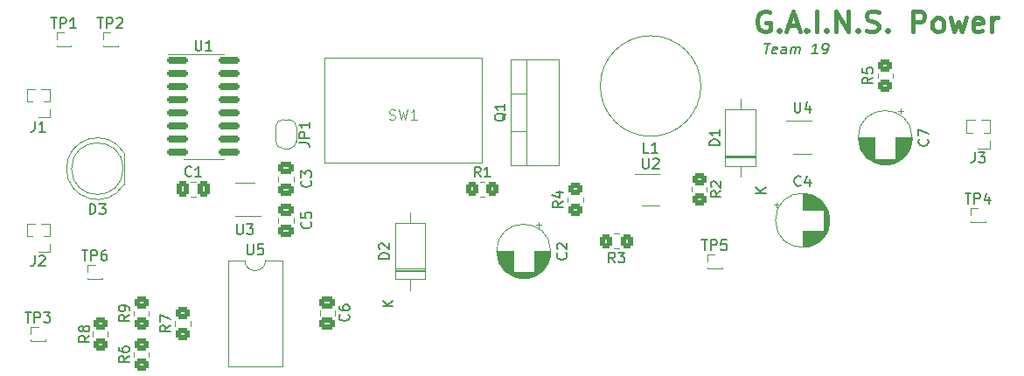
<source format=gto>
G04 #@! TF.GenerationSoftware,KiCad,Pcbnew,7.0.10*
G04 #@! TF.CreationDate,2024-02-12T15:02:02-05:00*
G04 #@! TF.ProjectId,breakout_pcb,62726561-6b6f-4757-945f-7063622e6b69,rev?*
G04 #@! TF.SameCoordinates,Original*
G04 #@! TF.FileFunction,Legend,Top*
G04 #@! TF.FilePolarity,Positive*
%FSLAX46Y46*%
G04 Gerber Fmt 4.6, Leading zero omitted, Abs format (unit mm)*
G04 Created by KiCad (PCBNEW 7.0.10) date 2024-02-12 15:02:02*
%MOMM*%
%LPD*%
G01*
G04 APERTURE LIST*
G04 Aperture macros list*
%AMRoundRect*
0 Rectangle with rounded corners*
0 $1 Rounding radius*
0 $2 $3 $4 $5 $6 $7 $8 $9 X,Y pos of 4 corners*
0 Add a 4 corners polygon primitive as box body*
4,1,4,$2,$3,$4,$5,$6,$7,$8,$9,$2,$3,0*
0 Add four circle primitives for the rounded corners*
1,1,$1+$1,$2,$3*
1,1,$1+$1,$4,$5*
1,1,$1+$1,$6,$7*
1,1,$1+$1,$8,$9*
0 Add four rect primitives between the rounded corners*
20,1,$1+$1,$2,$3,$4,$5,0*
20,1,$1+$1,$4,$5,$6,$7,0*
20,1,$1+$1,$6,$7,$8,$9,0*
20,1,$1+$1,$8,$9,$2,$3,0*%
%AMFreePoly0*
4,1,19,0.500000,-0.750000,0.000000,-0.750000,0.000000,-0.744911,-0.071157,-0.744911,-0.207708,-0.704816,-0.327430,-0.627875,-0.420627,-0.520320,-0.479746,-0.390866,-0.500000,-0.250000,-0.500000,0.250000,-0.479746,0.390866,-0.420627,0.520320,-0.327430,0.627875,-0.207708,0.704816,-0.071157,0.744911,0.000000,0.744911,0.000000,0.750000,0.500000,0.750000,0.500000,-0.750000,0.500000,-0.750000,
$1*%
%AMFreePoly1*
4,1,19,0.000000,0.744911,0.071157,0.744911,0.207708,0.704816,0.327430,0.627875,0.420627,0.520320,0.479746,0.390866,0.500000,0.250000,0.500000,-0.250000,0.479746,-0.390866,0.420627,-0.520320,0.327430,-0.627875,0.207708,-0.704816,0.071157,-0.744911,0.000000,-0.744911,0.000000,-0.750000,-0.500000,-0.750000,-0.500000,0.750000,0.000000,0.750000,0.000000,0.744911,0.000000,0.744911,
$1*%
G04 Aperture macros list end*
%ADD10C,0.400000*%
%ADD11C,0.150000*%
%ADD12C,0.100000*%
%ADD13C,0.120000*%
%ADD14R,0.850000X0.850000*%
%ADD15R,1.600000X1.600000*%
%ADD16O,1.600000X1.600000*%
%ADD17C,3.000000*%
%ADD18R,1.000000X1.000000*%
%ADD19O,1.000000X1.000000*%
%ADD20R,1.560000X0.650000*%
%ADD21RoundRect,0.250000X-0.450000X0.350000X-0.450000X-0.350000X0.450000X-0.350000X0.450000X0.350000X0*%
%ADD22RoundRect,0.250000X-0.350000X-0.450000X0.350000X-0.450000X0.350000X0.450000X-0.350000X0.450000X0*%
%ADD23C,1.600000*%
%ADD24R,2.200000X2.200000*%
%ADD25O,2.200000X2.200000*%
%ADD26RoundRect,0.250000X0.450000X-0.350000X0.450000X0.350000X-0.450000X0.350000X-0.450000X-0.350000X0*%
%ADD27RoundRect,0.250000X-0.475000X0.337500X-0.475000X-0.337500X0.475000X-0.337500X0.475000X0.337500X0*%
%ADD28RoundRect,0.250000X-0.337500X-0.475000X0.337500X-0.475000X0.337500X0.475000X-0.337500X0.475000X0*%
%ADD29R,2.000000X0.650000*%
%ADD30RoundRect,0.150000X-0.825000X-0.150000X0.825000X-0.150000X0.825000X0.150000X-0.825000X0.150000X0*%
%ADD31C,2.600000*%
%ADD32R,2.000000X1.905000*%
%ADD33O,2.000000X1.905000*%
%ADD34RoundRect,0.250000X0.350000X0.450000X-0.350000X0.450000X-0.350000X-0.450000X0.350000X-0.450000X0*%
%ADD35FreePoly0,270.000000*%
%ADD36FreePoly1,270.000000*%
%ADD37RoundRect,0.250000X0.475000X-0.337500X0.475000X0.337500X-0.475000X0.337500X-0.475000X-0.337500X0*%
%ADD38R,1.800000X1.800000*%
%ADD39C,1.800000*%
G04 APERTURE END LIST*
D10*
X169786966Y-41829676D02*
X169596490Y-41734438D01*
X169596490Y-41734438D02*
X169310776Y-41734438D01*
X169310776Y-41734438D02*
X169025061Y-41829676D01*
X169025061Y-41829676D02*
X168834585Y-42020152D01*
X168834585Y-42020152D02*
X168739347Y-42210628D01*
X168739347Y-42210628D02*
X168644109Y-42591580D01*
X168644109Y-42591580D02*
X168644109Y-42877295D01*
X168644109Y-42877295D02*
X168739347Y-43258247D01*
X168739347Y-43258247D02*
X168834585Y-43448723D01*
X168834585Y-43448723D02*
X169025061Y-43639200D01*
X169025061Y-43639200D02*
X169310776Y-43734438D01*
X169310776Y-43734438D02*
X169501252Y-43734438D01*
X169501252Y-43734438D02*
X169786966Y-43639200D01*
X169786966Y-43639200D02*
X169882204Y-43543961D01*
X169882204Y-43543961D02*
X169882204Y-42877295D01*
X169882204Y-42877295D02*
X169501252Y-42877295D01*
X170739347Y-43543961D02*
X170834585Y-43639200D01*
X170834585Y-43639200D02*
X170739347Y-43734438D01*
X170739347Y-43734438D02*
X170644109Y-43639200D01*
X170644109Y-43639200D02*
X170739347Y-43543961D01*
X170739347Y-43543961D02*
X170739347Y-43734438D01*
X171596490Y-43163009D02*
X172548871Y-43163009D01*
X171406014Y-43734438D02*
X172072680Y-41734438D01*
X172072680Y-41734438D02*
X172739347Y-43734438D01*
X173406014Y-43543961D02*
X173501252Y-43639200D01*
X173501252Y-43639200D02*
X173406014Y-43734438D01*
X173406014Y-43734438D02*
X173310776Y-43639200D01*
X173310776Y-43639200D02*
X173406014Y-43543961D01*
X173406014Y-43543961D02*
X173406014Y-43734438D01*
X174358395Y-43734438D02*
X174358395Y-41734438D01*
X175310776Y-43543961D02*
X175406014Y-43639200D01*
X175406014Y-43639200D02*
X175310776Y-43734438D01*
X175310776Y-43734438D02*
X175215538Y-43639200D01*
X175215538Y-43639200D02*
X175310776Y-43543961D01*
X175310776Y-43543961D02*
X175310776Y-43734438D01*
X176263157Y-43734438D02*
X176263157Y-41734438D01*
X176263157Y-41734438D02*
X177406014Y-43734438D01*
X177406014Y-43734438D02*
X177406014Y-41734438D01*
X178358395Y-43543961D02*
X178453633Y-43639200D01*
X178453633Y-43639200D02*
X178358395Y-43734438D01*
X178358395Y-43734438D02*
X178263157Y-43639200D01*
X178263157Y-43639200D02*
X178358395Y-43543961D01*
X178358395Y-43543961D02*
X178358395Y-43734438D01*
X179215538Y-43639200D02*
X179501252Y-43734438D01*
X179501252Y-43734438D02*
X179977443Y-43734438D01*
X179977443Y-43734438D02*
X180167919Y-43639200D01*
X180167919Y-43639200D02*
X180263157Y-43543961D01*
X180263157Y-43543961D02*
X180358395Y-43353485D01*
X180358395Y-43353485D02*
X180358395Y-43163009D01*
X180358395Y-43163009D02*
X180263157Y-42972533D01*
X180263157Y-42972533D02*
X180167919Y-42877295D01*
X180167919Y-42877295D02*
X179977443Y-42782057D01*
X179977443Y-42782057D02*
X179596490Y-42686819D01*
X179596490Y-42686819D02*
X179406014Y-42591580D01*
X179406014Y-42591580D02*
X179310776Y-42496342D01*
X179310776Y-42496342D02*
X179215538Y-42305866D01*
X179215538Y-42305866D02*
X179215538Y-42115390D01*
X179215538Y-42115390D02*
X179310776Y-41924914D01*
X179310776Y-41924914D02*
X179406014Y-41829676D01*
X179406014Y-41829676D02*
X179596490Y-41734438D01*
X179596490Y-41734438D02*
X180072681Y-41734438D01*
X180072681Y-41734438D02*
X180358395Y-41829676D01*
X181215538Y-43543961D02*
X181310776Y-43639200D01*
X181310776Y-43639200D02*
X181215538Y-43734438D01*
X181215538Y-43734438D02*
X181120300Y-43639200D01*
X181120300Y-43639200D02*
X181215538Y-43543961D01*
X181215538Y-43543961D02*
X181215538Y-43734438D01*
X183691729Y-43734438D02*
X183691729Y-41734438D01*
X183691729Y-41734438D02*
X184453634Y-41734438D01*
X184453634Y-41734438D02*
X184644110Y-41829676D01*
X184644110Y-41829676D02*
X184739348Y-41924914D01*
X184739348Y-41924914D02*
X184834586Y-42115390D01*
X184834586Y-42115390D02*
X184834586Y-42401104D01*
X184834586Y-42401104D02*
X184739348Y-42591580D01*
X184739348Y-42591580D02*
X184644110Y-42686819D01*
X184644110Y-42686819D02*
X184453634Y-42782057D01*
X184453634Y-42782057D02*
X183691729Y-42782057D01*
X185977443Y-43734438D02*
X185786967Y-43639200D01*
X185786967Y-43639200D02*
X185691729Y-43543961D01*
X185691729Y-43543961D02*
X185596491Y-43353485D01*
X185596491Y-43353485D02*
X185596491Y-42782057D01*
X185596491Y-42782057D02*
X185691729Y-42591580D01*
X185691729Y-42591580D02*
X185786967Y-42496342D01*
X185786967Y-42496342D02*
X185977443Y-42401104D01*
X185977443Y-42401104D02*
X186263158Y-42401104D01*
X186263158Y-42401104D02*
X186453634Y-42496342D01*
X186453634Y-42496342D02*
X186548872Y-42591580D01*
X186548872Y-42591580D02*
X186644110Y-42782057D01*
X186644110Y-42782057D02*
X186644110Y-43353485D01*
X186644110Y-43353485D02*
X186548872Y-43543961D01*
X186548872Y-43543961D02*
X186453634Y-43639200D01*
X186453634Y-43639200D02*
X186263158Y-43734438D01*
X186263158Y-43734438D02*
X185977443Y-43734438D01*
X187310777Y-42401104D02*
X187691729Y-43734438D01*
X187691729Y-43734438D02*
X188072682Y-42782057D01*
X188072682Y-42782057D02*
X188453634Y-43734438D01*
X188453634Y-43734438D02*
X188834586Y-42401104D01*
X190358396Y-43639200D02*
X190167920Y-43734438D01*
X190167920Y-43734438D02*
X189786967Y-43734438D01*
X189786967Y-43734438D02*
X189596491Y-43639200D01*
X189596491Y-43639200D02*
X189501253Y-43448723D01*
X189501253Y-43448723D02*
X189501253Y-42686819D01*
X189501253Y-42686819D02*
X189596491Y-42496342D01*
X189596491Y-42496342D02*
X189786967Y-42401104D01*
X189786967Y-42401104D02*
X190167920Y-42401104D01*
X190167920Y-42401104D02*
X190358396Y-42496342D01*
X190358396Y-42496342D02*
X190453634Y-42686819D01*
X190453634Y-42686819D02*
X190453634Y-42877295D01*
X190453634Y-42877295D02*
X189501253Y-43067771D01*
X191310777Y-43734438D02*
X191310777Y-42401104D01*
X191310777Y-42782057D02*
X191406015Y-42591580D01*
X191406015Y-42591580D02*
X191501253Y-42496342D01*
X191501253Y-42496342D02*
X191691729Y-42401104D01*
X191691729Y-42401104D02*
X191882206Y-42401104D01*
D11*
X169312969Y-44869819D02*
X169884398Y-44869819D01*
X169473684Y-45869819D02*
X169598684Y-44869819D01*
X170479636Y-45822200D02*
X170378446Y-45869819D01*
X170378446Y-45869819D02*
X170187969Y-45869819D01*
X170187969Y-45869819D02*
X170098684Y-45822200D01*
X170098684Y-45822200D02*
X170062969Y-45726961D01*
X170062969Y-45726961D02*
X170110589Y-45346009D01*
X170110589Y-45346009D02*
X170170112Y-45250771D01*
X170170112Y-45250771D02*
X170271303Y-45203152D01*
X170271303Y-45203152D02*
X170461779Y-45203152D01*
X170461779Y-45203152D02*
X170551065Y-45250771D01*
X170551065Y-45250771D02*
X170586779Y-45346009D01*
X170586779Y-45346009D02*
X170574874Y-45441247D01*
X170574874Y-45441247D02*
X170086779Y-45536485D01*
X171378446Y-45869819D02*
X171443922Y-45346009D01*
X171443922Y-45346009D02*
X171408208Y-45250771D01*
X171408208Y-45250771D02*
X171318922Y-45203152D01*
X171318922Y-45203152D02*
X171128446Y-45203152D01*
X171128446Y-45203152D02*
X171027255Y-45250771D01*
X171384398Y-45822200D02*
X171283208Y-45869819D01*
X171283208Y-45869819D02*
X171045112Y-45869819D01*
X171045112Y-45869819D02*
X170955827Y-45822200D01*
X170955827Y-45822200D02*
X170920112Y-45726961D01*
X170920112Y-45726961D02*
X170932017Y-45631723D01*
X170932017Y-45631723D02*
X170991541Y-45536485D01*
X170991541Y-45536485D02*
X171092732Y-45488866D01*
X171092732Y-45488866D02*
X171330827Y-45488866D01*
X171330827Y-45488866D02*
X171432017Y-45441247D01*
X171854636Y-45869819D02*
X171937970Y-45203152D01*
X171926065Y-45298390D02*
X171979636Y-45250771D01*
X171979636Y-45250771D02*
X172080827Y-45203152D01*
X172080827Y-45203152D02*
X172223684Y-45203152D01*
X172223684Y-45203152D02*
X172312970Y-45250771D01*
X172312970Y-45250771D02*
X172348684Y-45346009D01*
X172348684Y-45346009D02*
X172283208Y-45869819D01*
X172348684Y-45346009D02*
X172408208Y-45250771D01*
X172408208Y-45250771D02*
X172509398Y-45203152D01*
X172509398Y-45203152D02*
X172652255Y-45203152D01*
X172652255Y-45203152D02*
X172741541Y-45250771D01*
X172741541Y-45250771D02*
X172777255Y-45346009D01*
X172777255Y-45346009D02*
X172711779Y-45869819D01*
X174473684Y-45869819D02*
X173902255Y-45869819D01*
X174187970Y-45869819D02*
X174312970Y-44869819D01*
X174312970Y-44869819D02*
X174199874Y-45012676D01*
X174199874Y-45012676D02*
X174092732Y-45107914D01*
X174092732Y-45107914D02*
X173991541Y-45155533D01*
X174949874Y-45869819D02*
X175140351Y-45869819D01*
X175140351Y-45869819D02*
X175241541Y-45822200D01*
X175241541Y-45822200D02*
X175295113Y-45774580D01*
X175295113Y-45774580D02*
X175408208Y-45631723D01*
X175408208Y-45631723D02*
X175479636Y-45441247D01*
X175479636Y-45441247D02*
X175527255Y-45060295D01*
X175527255Y-45060295D02*
X175491541Y-44965057D01*
X175491541Y-44965057D02*
X175449874Y-44917438D01*
X175449874Y-44917438D02*
X175360589Y-44869819D01*
X175360589Y-44869819D02*
X175170113Y-44869819D01*
X175170113Y-44869819D02*
X175068922Y-44917438D01*
X175068922Y-44917438D02*
X175015351Y-44965057D01*
X175015351Y-44965057D02*
X174955827Y-45060295D01*
X174955827Y-45060295D02*
X174926065Y-45298390D01*
X174926065Y-45298390D02*
X174961779Y-45393628D01*
X174961779Y-45393628D02*
X175003446Y-45441247D01*
X175003446Y-45441247D02*
X175092732Y-45488866D01*
X175092732Y-45488866D02*
X175283208Y-45488866D01*
X175283208Y-45488866D02*
X175384398Y-45441247D01*
X175384398Y-45441247D02*
X175437970Y-45393628D01*
X175437970Y-45393628D02*
X175497493Y-45298390D01*
X188738095Y-59394819D02*
X189309523Y-59394819D01*
X189023809Y-60394819D02*
X189023809Y-59394819D01*
X189642857Y-60394819D02*
X189642857Y-59394819D01*
X189642857Y-59394819D02*
X190023809Y-59394819D01*
X190023809Y-59394819D02*
X190119047Y-59442438D01*
X190119047Y-59442438D02*
X190166666Y-59490057D01*
X190166666Y-59490057D02*
X190214285Y-59585295D01*
X190214285Y-59585295D02*
X190214285Y-59728152D01*
X190214285Y-59728152D02*
X190166666Y-59823390D01*
X190166666Y-59823390D02*
X190119047Y-59871009D01*
X190119047Y-59871009D02*
X190023809Y-59918628D01*
X190023809Y-59918628D02*
X189642857Y-59918628D01*
X191071428Y-59728152D02*
X191071428Y-60394819D01*
X190833333Y-59347200D02*
X190595238Y-60061485D01*
X190595238Y-60061485D02*
X191214285Y-60061485D01*
X100238095Y-42394819D02*
X100809523Y-42394819D01*
X100523809Y-43394819D02*
X100523809Y-42394819D01*
X101142857Y-43394819D02*
X101142857Y-42394819D01*
X101142857Y-42394819D02*
X101523809Y-42394819D01*
X101523809Y-42394819D02*
X101619047Y-42442438D01*
X101619047Y-42442438D02*
X101666666Y-42490057D01*
X101666666Y-42490057D02*
X101714285Y-42585295D01*
X101714285Y-42585295D02*
X101714285Y-42728152D01*
X101714285Y-42728152D02*
X101666666Y-42823390D01*
X101666666Y-42823390D02*
X101619047Y-42871009D01*
X101619047Y-42871009D02*
X101523809Y-42918628D01*
X101523809Y-42918628D02*
X101142857Y-42918628D01*
X102666666Y-43394819D02*
X102095238Y-43394819D01*
X102380952Y-43394819D02*
X102380952Y-42394819D01*
X102380952Y-42394819D02*
X102285714Y-42537676D01*
X102285714Y-42537676D02*
X102190476Y-42632914D01*
X102190476Y-42632914D02*
X102095238Y-42680533D01*
X119248095Y-64324819D02*
X119248095Y-65134342D01*
X119248095Y-65134342D02*
X119295714Y-65229580D01*
X119295714Y-65229580D02*
X119343333Y-65277200D01*
X119343333Y-65277200D02*
X119438571Y-65324819D01*
X119438571Y-65324819D02*
X119629047Y-65324819D01*
X119629047Y-65324819D02*
X119724285Y-65277200D01*
X119724285Y-65277200D02*
X119771904Y-65229580D01*
X119771904Y-65229580D02*
X119819523Y-65134342D01*
X119819523Y-65134342D02*
X119819523Y-64324819D01*
X120771904Y-64324819D02*
X120295714Y-64324819D01*
X120295714Y-64324819D02*
X120248095Y-64801009D01*
X120248095Y-64801009D02*
X120295714Y-64753390D01*
X120295714Y-64753390D02*
X120390952Y-64705771D01*
X120390952Y-64705771D02*
X120629047Y-64705771D01*
X120629047Y-64705771D02*
X120724285Y-64753390D01*
X120724285Y-64753390D02*
X120771904Y-64801009D01*
X120771904Y-64801009D02*
X120819523Y-64896247D01*
X120819523Y-64896247D02*
X120819523Y-65134342D01*
X120819523Y-65134342D02*
X120771904Y-65229580D01*
X120771904Y-65229580D02*
X120724285Y-65277200D01*
X120724285Y-65277200D02*
X120629047Y-65324819D01*
X120629047Y-65324819D02*
X120390952Y-65324819D01*
X120390952Y-65324819D02*
X120295714Y-65277200D01*
X120295714Y-65277200D02*
X120248095Y-65229580D01*
D12*
X132984667Y-52211800D02*
X133127524Y-52259419D01*
X133127524Y-52259419D02*
X133365619Y-52259419D01*
X133365619Y-52259419D02*
X133460857Y-52211800D01*
X133460857Y-52211800D02*
X133508476Y-52164180D01*
X133508476Y-52164180D02*
X133556095Y-52068942D01*
X133556095Y-52068942D02*
X133556095Y-51973704D01*
X133556095Y-51973704D02*
X133508476Y-51878466D01*
X133508476Y-51878466D02*
X133460857Y-51830847D01*
X133460857Y-51830847D02*
X133365619Y-51783228D01*
X133365619Y-51783228D02*
X133175143Y-51735609D01*
X133175143Y-51735609D02*
X133079905Y-51687990D01*
X133079905Y-51687990D02*
X133032286Y-51640371D01*
X133032286Y-51640371D02*
X132984667Y-51545133D01*
X132984667Y-51545133D02*
X132984667Y-51449895D01*
X132984667Y-51449895D02*
X133032286Y-51354657D01*
X133032286Y-51354657D02*
X133079905Y-51307038D01*
X133079905Y-51307038D02*
X133175143Y-51259419D01*
X133175143Y-51259419D02*
X133413238Y-51259419D01*
X133413238Y-51259419D02*
X133556095Y-51307038D01*
X133889429Y-51259419D02*
X134127524Y-52259419D01*
X134127524Y-52259419D02*
X134318000Y-51545133D01*
X134318000Y-51545133D02*
X134508476Y-52259419D01*
X134508476Y-52259419D02*
X134746572Y-51259419D01*
X135651333Y-52259419D02*
X135079905Y-52259419D01*
X135365619Y-52259419D02*
X135365619Y-51259419D01*
X135365619Y-51259419D02*
X135270381Y-51402276D01*
X135270381Y-51402276D02*
X135175143Y-51497514D01*
X135175143Y-51497514D02*
X135079905Y-51545133D01*
D11*
X189666666Y-55419819D02*
X189666666Y-56134104D01*
X189666666Y-56134104D02*
X189619047Y-56276961D01*
X189619047Y-56276961D02*
X189523809Y-56372200D01*
X189523809Y-56372200D02*
X189380952Y-56419819D01*
X189380952Y-56419819D02*
X189285714Y-56419819D01*
X190047619Y-55419819D02*
X190666666Y-55419819D01*
X190666666Y-55419819D02*
X190333333Y-55800771D01*
X190333333Y-55800771D02*
X190476190Y-55800771D01*
X190476190Y-55800771D02*
X190571428Y-55848390D01*
X190571428Y-55848390D02*
X190619047Y-55896009D01*
X190619047Y-55896009D02*
X190666666Y-55991247D01*
X190666666Y-55991247D02*
X190666666Y-56229342D01*
X190666666Y-56229342D02*
X190619047Y-56324580D01*
X190619047Y-56324580D02*
X190571428Y-56372200D01*
X190571428Y-56372200D02*
X190476190Y-56419819D01*
X190476190Y-56419819D02*
X190190476Y-56419819D01*
X190190476Y-56419819D02*
X190095238Y-56372200D01*
X190095238Y-56372200D02*
X190047619Y-56324580D01*
X118238095Y-62354819D02*
X118238095Y-63164342D01*
X118238095Y-63164342D02*
X118285714Y-63259580D01*
X118285714Y-63259580D02*
X118333333Y-63307200D01*
X118333333Y-63307200D02*
X118428571Y-63354819D01*
X118428571Y-63354819D02*
X118619047Y-63354819D01*
X118619047Y-63354819D02*
X118714285Y-63307200D01*
X118714285Y-63307200D02*
X118761904Y-63259580D01*
X118761904Y-63259580D02*
X118809523Y-63164342D01*
X118809523Y-63164342D02*
X118809523Y-62354819D01*
X119190476Y-62354819D02*
X119809523Y-62354819D01*
X119809523Y-62354819D02*
X119476190Y-62735771D01*
X119476190Y-62735771D02*
X119619047Y-62735771D01*
X119619047Y-62735771D02*
X119714285Y-62783390D01*
X119714285Y-62783390D02*
X119761904Y-62831009D01*
X119761904Y-62831009D02*
X119809523Y-62926247D01*
X119809523Y-62926247D02*
X119809523Y-63164342D01*
X119809523Y-63164342D02*
X119761904Y-63259580D01*
X119761904Y-63259580D02*
X119714285Y-63307200D01*
X119714285Y-63307200D02*
X119619047Y-63354819D01*
X119619047Y-63354819D02*
X119333333Y-63354819D01*
X119333333Y-63354819D02*
X119238095Y-63307200D01*
X119238095Y-63307200D02*
X119190476Y-63259580D01*
X104738095Y-42394819D02*
X105309523Y-42394819D01*
X105023809Y-43394819D02*
X105023809Y-42394819D01*
X105642857Y-43394819D02*
X105642857Y-42394819D01*
X105642857Y-42394819D02*
X106023809Y-42394819D01*
X106023809Y-42394819D02*
X106119047Y-42442438D01*
X106119047Y-42442438D02*
X106166666Y-42490057D01*
X106166666Y-42490057D02*
X106214285Y-42585295D01*
X106214285Y-42585295D02*
X106214285Y-42728152D01*
X106214285Y-42728152D02*
X106166666Y-42823390D01*
X106166666Y-42823390D02*
X106119047Y-42871009D01*
X106119047Y-42871009D02*
X106023809Y-42918628D01*
X106023809Y-42918628D02*
X105642857Y-42918628D01*
X106595238Y-42490057D02*
X106642857Y-42442438D01*
X106642857Y-42442438D02*
X106738095Y-42394819D01*
X106738095Y-42394819D02*
X106976190Y-42394819D01*
X106976190Y-42394819D02*
X107071428Y-42442438D01*
X107071428Y-42442438D02*
X107119047Y-42490057D01*
X107119047Y-42490057D02*
X107166666Y-42585295D01*
X107166666Y-42585295D02*
X107166666Y-42680533D01*
X107166666Y-42680533D02*
X107119047Y-42823390D01*
X107119047Y-42823390D02*
X106547619Y-43394819D01*
X106547619Y-43394819D02*
X107166666Y-43394819D01*
X103954819Y-73166666D02*
X103478628Y-73499999D01*
X103954819Y-73738094D02*
X102954819Y-73738094D01*
X102954819Y-73738094D02*
X102954819Y-73357142D01*
X102954819Y-73357142D02*
X103002438Y-73261904D01*
X103002438Y-73261904D02*
X103050057Y-73214285D01*
X103050057Y-73214285D02*
X103145295Y-73166666D01*
X103145295Y-73166666D02*
X103288152Y-73166666D01*
X103288152Y-73166666D02*
X103383390Y-73214285D01*
X103383390Y-73214285D02*
X103431009Y-73261904D01*
X103431009Y-73261904D02*
X103478628Y-73357142D01*
X103478628Y-73357142D02*
X103478628Y-73738094D01*
X103383390Y-72595237D02*
X103335771Y-72690475D01*
X103335771Y-72690475D02*
X103288152Y-72738094D01*
X103288152Y-72738094D02*
X103192914Y-72785713D01*
X103192914Y-72785713D02*
X103145295Y-72785713D01*
X103145295Y-72785713D02*
X103050057Y-72738094D01*
X103050057Y-72738094D02*
X103002438Y-72690475D01*
X103002438Y-72690475D02*
X102954819Y-72595237D01*
X102954819Y-72595237D02*
X102954819Y-72404761D01*
X102954819Y-72404761D02*
X103002438Y-72309523D01*
X103002438Y-72309523D02*
X103050057Y-72261904D01*
X103050057Y-72261904D02*
X103145295Y-72214285D01*
X103145295Y-72214285D02*
X103192914Y-72214285D01*
X103192914Y-72214285D02*
X103288152Y-72261904D01*
X103288152Y-72261904D02*
X103335771Y-72309523D01*
X103335771Y-72309523D02*
X103383390Y-72404761D01*
X103383390Y-72404761D02*
X103383390Y-72595237D01*
X103383390Y-72595237D02*
X103431009Y-72690475D01*
X103431009Y-72690475D02*
X103478628Y-72738094D01*
X103478628Y-72738094D02*
X103573866Y-72785713D01*
X103573866Y-72785713D02*
X103764342Y-72785713D01*
X103764342Y-72785713D02*
X103859580Y-72738094D01*
X103859580Y-72738094D02*
X103907200Y-72690475D01*
X103907200Y-72690475D02*
X103954819Y-72595237D01*
X103954819Y-72595237D02*
X103954819Y-72404761D01*
X103954819Y-72404761D02*
X103907200Y-72309523D01*
X103907200Y-72309523D02*
X103859580Y-72261904D01*
X103859580Y-72261904D02*
X103764342Y-72214285D01*
X103764342Y-72214285D02*
X103573866Y-72214285D01*
X103573866Y-72214285D02*
X103478628Y-72261904D01*
X103478628Y-72261904D02*
X103431009Y-72309523D01*
X103431009Y-72309523D02*
X103383390Y-72404761D01*
X141833333Y-57804819D02*
X141500000Y-57328628D01*
X141261905Y-57804819D02*
X141261905Y-56804819D01*
X141261905Y-56804819D02*
X141642857Y-56804819D01*
X141642857Y-56804819D02*
X141738095Y-56852438D01*
X141738095Y-56852438D02*
X141785714Y-56900057D01*
X141785714Y-56900057D02*
X141833333Y-56995295D01*
X141833333Y-56995295D02*
X141833333Y-57138152D01*
X141833333Y-57138152D02*
X141785714Y-57233390D01*
X141785714Y-57233390D02*
X141738095Y-57281009D01*
X141738095Y-57281009D02*
X141642857Y-57328628D01*
X141642857Y-57328628D02*
X141261905Y-57328628D01*
X142785714Y-57804819D02*
X142214286Y-57804819D01*
X142500000Y-57804819D02*
X142500000Y-56804819D01*
X142500000Y-56804819D02*
X142404762Y-56947676D01*
X142404762Y-56947676D02*
X142309524Y-57042914D01*
X142309524Y-57042914D02*
X142214286Y-57090533D01*
X185109580Y-54166666D02*
X185157200Y-54214285D01*
X185157200Y-54214285D02*
X185204819Y-54357142D01*
X185204819Y-54357142D02*
X185204819Y-54452380D01*
X185204819Y-54452380D02*
X185157200Y-54595237D01*
X185157200Y-54595237D02*
X185061961Y-54690475D01*
X185061961Y-54690475D02*
X184966723Y-54738094D01*
X184966723Y-54738094D02*
X184776247Y-54785713D01*
X184776247Y-54785713D02*
X184633390Y-54785713D01*
X184633390Y-54785713D02*
X184442914Y-54738094D01*
X184442914Y-54738094D02*
X184347676Y-54690475D01*
X184347676Y-54690475D02*
X184252438Y-54595237D01*
X184252438Y-54595237D02*
X184204819Y-54452380D01*
X184204819Y-54452380D02*
X184204819Y-54357142D01*
X184204819Y-54357142D02*
X184252438Y-54214285D01*
X184252438Y-54214285D02*
X184300057Y-54166666D01*
X184204819Y-53833332D02*
X184204819Y-53166666D01*
X184204819Y-53166666D02*
X185204819Y-53595237D01*
X172238095Y-50554819D02*
X172238095Y-51364342D01*
X172238095Y-51364342D02*
X172285714Y-51459580D01*
X172285714Y-51459580D02*
X172333333Y-51507200D01*
X172333333Y-51507200D02*
X172428571Y-51554819D01*
X172428571Y-51554819D02*
X172619047Y-51554819D01*
X172619047Y-51554819D02*
X172714285Y-51507200D01*
X172714285Y-51507200D02*
X172761904Y-51459580D01*
X172761904Y-51459580D02*
X172809523Y-51364342D01*
X172809523Y-51364342D02*
X172809523Y-50554819D01*
X173714285Y-50888152D02*
X173714285Y-51554819D01*
X173476190Y-50507200D02*
X173238095Y-51221485D01*
X173238095Y-51221485D02*
X173857142Y-51221485D01*
X164984819Y-54738094D02*
X163984819Y-54738094D01*
X163984819Y-54738094D02*
X163984819Y-54499999D01*
X163984819Y-54499999D02*
X164032438Y-54357142D01*
X164032438Y-54357142D02*
X164127676Y-54261904D01*
X164127676Y-54261904D02*
X164222914Y-54214285D01*
X164222914Y-54214285D02*
X164413390Y-54166666D01*
X164413390Y-54166666D02*
X164556247Y-54166666D01*
X164556247Y-54166666D02*
X164746723Y-54214285D01*
X164746723Y-54214285D02*
X164841961Y-54261904D01*
X164841961Y-54261904D02*
X164937200Y-54357142D01*
X164937200Y-54357142D02*
X164984819Y-54499999D01*
X164984819Y-54499999D02*
X164984819Y-54738094D01*
X164984819Y-53214285D02*
X164984819Y-53785713D01*
X164984819Y-53499999D02*
X163984819Y-53499999D01*
X163984819Y-53499999D02*
X164127676Y-53595237D01*
X164127676Y-53595237D02*
X164222914Y-53690475D01*
X164222914Y-53690475D02*
X164270533Y-53785713D01*
X169454819Y-59341904D02*
X168454819Y-59341904D01*
X169454819Y-58770476D02*
X168883390Y-59199047D01*
X168454819Y-58770476D02*
X169026247Y-59341904D01*
X103238095Y-64894819D02*
X103809523Y-64894819D01*
X103523809Y-65894819D02*
X103523809Y-64894819D01*
X104142857Y-65894819D02*
X104142857Y-64894819D01*
X104142857Y-64894819D02*
X104523809Y-64894819D01*
X104523809Y-64894819D02*
X104619047Y-64942438D01*
X104619047Y-64942438D02*
X104666666Y-64990057D01*
X104666666Y-64990057D02*
X104714285Y-65085295D01*
X104714285Y-65085295D02*
X104714285Y-65228152D01*
X104714285Y-65228152D02*
X104666666Y-65323390D01*
X104666666Y-65323390D02*
X104619047Y-65371009D01*
X104619047Y-65371009D02*
X104523809Y-65418628D01*
X104523809Y-65418628D02*
X104142857Y-65418628D01*
X105571428Y-64894819D02*
X105380952Y-64894819D01*
X105380952Y-64894819D02*
X105285714Y-64942438D01*
X105285714Y-64942438D02*
X105238095Y-64990057D01*
X105238095Y-64990057D02*
X105142857Y-65132914D01*
X105142857Y-65132914D02*
X105095238Y-65323390D01*
X105095238Y-65323390D02*
X105095238Y-65704342D01*
X105095238Y-65704342D02*
X105142857Y-65799580D01*
X105142857Y-65799580D02*
X105190476Y-65847200D01*
X105190476Y-65847200D02*
X105285714Y-65894819D01*
X105285714Y-65894819D02*
X105476190Y-65894819D01*
X105476190Y-65894819D02*
X105571428Y-65847200D01*
X105571428Y-65847200D02*
X105619047Y-65799580D01*
X105619047Y-65799580D02*
X105666666Y-65704342D01*
X105666666Y-65704342D02*
X105666666Y-65466247D01*
X105666666Y-65466247D02*
X105619047Y-65371009D01*
X105619047Y-65371009D02*
X105571428Y-65323390D01*
X105571428Y-65323390D02*
X105476190Y-65275771D01*
X105476190Y-65275771D02*
X105285714Y-65275771D01*
X105285714Y-65275771D02*
X105190476Y-65323390D01*
X105190476Y-65323390D02*
X105142857Y-65371009D01*
X105142857Y-65371009D02*
X105095238Y-65466247D01*
X107804819Y-75166666D02*
X107328628Y-75499999D01*
X107804819Y-75738094D02*
X106804819Y-75738094D01*
X106804819Y-75738094D02*
X106804819Y-75357142D01*
X106804819Y-75357142D02*
X106852438Y-75261904D01*
X106852438Y-75261904D02*
X106900057Y-75214285D01*
X106900057Y-75214285D02*
X106995295Y-75166666D01*
X106995295Y-75166666D02*
X107138152Y-75166666D01*
X107138152Y-75166666D02*
X107233390Y-75214285D01*
X107233390Y-75214285D02*
X107281009Y-75261904D01*
X107281009Y-75261904D02*
X107328628Y-75357142D01*
X107328628Y-75357142D02*
X107328628Y-75738094D01*
X106804819Y-74309523D02*
X106804819Y-74499999D01*
X106804819Y-74499999D02*
X106852438Y-74595237D01*
X106852438Y-74595237D02*
X106900057Y-74642856D01*
X106900057Y-74642856D02*
X107042914Y-74738094D01*
X107042914Y-74738094D02*
X107233390Y-74785713D01*
X107233390Y-74785713D02*
X107614342Y-74785713D01*
X107614342Y-74785713D02*
X107709580Y-74738094D01*
X107709580Y-74738094D02*
X107757200Y-74690475D01*
X107757200Y-74690475D02*
X107804819Y-74595237D01*
X107804819Y-74595237D02*
X107804819Y-74404761D01*
X107804819Y-74404761D02*
X107757200Y-74309523D01*
X107757200Y-74309523D02*
X107709580Y-74261904D01*
X107709580Y-74261904D02*
X107614342Y-74214285D01*
X107614342Y-74214285D02*
X107376247Y-74214285D01*
X107376247Y-74214285D02*
X107281009Y-74261904D01*
X107281009Y-74261904D02*
X107233390Y-74309523D01*
X107233390Y-74309523D02*
X107185771Y-74404761D01*
X107185771Y-74404761D02*
X107185771Y-74595237D01*
X107185771Y-74595237D02*
X107233390Y-74690475D01*
X107233390Y-74690475D02*
X107281009Y-74738094D01*
X107281009Y-74738094D02*
X107376247Y-74785713D01*
X129039580Y-71129166D02*
X129087200Y-71176785D01*
X129087200Y-71176785D02*
X129134819Y-71319642D01*
X129134819Y-71319642D02*
X129134819Y-71414880D01*
X129134819Y-71414880D02*
X129087200Y-71557737D01*
X129087200Y-71557737D02*
X128991961Y-71652975D01*
X128991961Y-71652975D02*
X128896723Y-71700594D01*
X128896723Y-71700594D02*
X128706247Y-71748213D01*
X128706247Y-71748213D02*
X128563390Y-71748213D01*
X128563390Y-71748213D02*
X128372914Y-71700594D01*
X128372914Y-71700594D02*
X128277676Y-71652975D01*
X128277676Y-71652975D02*
X128182438Y-71557737D01*
X128182438Y-71557737D02*
X128134819Y-71414880D01*
X128134819Y-71414880D02*
X128134819Y-71319642D01*
X128134819Y-71319642D02*
X128182438Y-71176785D01*
X128182438Y-71176785D02*
X128230057Y-71129166D01*
X128134819Y-70272023D02*
X128134819Y-70462499D01*
X128134819Y-70462499D02*
X128182438Y-70557737D01*
X128182438Y-70557737D02*
X128230057Y-70605356D01*
X128230057Y-70605356D02*
X128372914Y-70700594D01*
X128372914Y-70700594D02*
X128563390Y-70748213D01*
X128563390Y-70748213D02*
X128944342Y-70748213D01*
X128944342Y-70748213D02*
X129039580Y-70700594D01*
X129039580Y-70700594D02*
X129087200Y-70652975D01*
X129087200Y-70652975D02*
X129134819Y-70557737D01*
X129134819Y-70557737D02*
X129134819Y-70367261D01*
X129134819Y-70367261D02*
X129087200Y-70272023D01*
X129087200Y-70272023D02*
X129039580Y-70224404D01*
X129039580Y-70224404D02*
X128944342Y-70176785D01*
X128944342Y-70176785D02*
X128706247Y-70176785D01*
X128706247Y-70176785D02*
X128611009Y-70224404D01*
X128611009Y-70224404D02*
X128563390Y-70272023D01*
X128563390Y-70272023D02*
X128515771Y-70367261D01*
X128515771Y-70367261D02*
X128515771Y-70557737D01*
X128515771Y-70557737D02*
X128563390Y-70652975D01*
X128563390Y-70652975D02*
X128611009Y-70700594D01*
X128611009Y-70700594D02*
X128706247Y-70748213D01*
X113833333Y-57679580D02*
X113785714Y-57727200D01*
X113785714Y-57727200D02*
X113642857Y-57774819D01*
X113642857Y-57774819D02*
X113547619Y-57774819D01*
X113547619Y-57774819D02*
X113404762Y-57727200D01*
X113404762Y-57727200D02*
X113309524Y-57631961D01*
X113309524Y-57631961D02*
X113261905Y-57536723D01*
X113261905Y-57536723D02*
X113214286Y-57346247D01*
X113214286Y-57346247D02*
X113214286Y-57203390D01*
X113214286Y-57203390D02*
X113261905Y-57012914D01*
X113261905Y-57012914D02*
X113309524Y-56917676D01*
X113309524Y-56917676D02*
X113404762Y-56822438D01*
X113404762Y-56822438D02*
X113547619Y-56774819D01*
X113547619Y-56774819D02*
X113642857Y-56774819D01*
X113642857Y-56774819D02*
X113785714Y-56822438D01*
X113785714Y-56822438D02*
X113833333Y-56870057D01*
X114785714Y-57774819D02*
X114214286Y-57774819D01*
X114500000Y-57774819D02*
X114500000Y-56774819D01*
X114500000Y-56774819D02*
X114404762Y-56917676D01*
X114404762Y-56917676D02*
X114309524Y-57012914D01*
X114309524Y-57012914D02*
X114214286Y-57060533D01*
X98666666Y-52419819D02*
X98666666Y-53134104D01*
X98666666Y-53134104D02*
X98619047Y-53276961D01*
X98619047Y-53276961D02*
X98523809Y-53372200D01*
X98523809Y-53372200D02*
X98380952Y-53419819D01*
X98380952Y-53419819D02*
X98285714Y-53419819D01*
X99666666Y-53419819D02*
X99095238Y-53419819D01*
X99380952Y-53419819D02*
X99380952Y-52419819D01*
X99380952Y-52419819D02*
X99285714Y-52562676D01*
X99285714Y-52562676D02*
X99190476Y-52657914D01*
X99190476Y-52657914D02*
X99095238Y-52705533D01*
X157528095Y-56004819D02*
X157528095Y-56814342D01*
X157528095Y-56814342D02*
X157575714Y-56909580D01*
X157575714Y-56909580D02*
X157623333Y-56957200D01*
X157623333Y-56957200D02*
X157718571Y-57004819D01*
X157718571Y-57004819D02*
X157909047Y-57004819D01*
X157909047Y-57004819D02*
X158004285Y-56957200D01*
X158004285Y-56957200D02*
X158051904Y-56909580D01*
X158051904Y-56909580D02*
X158099523Y-56814342D01*
X158099523Y-56814342D02*
X158099523Y-56004819D01*
X158528095Y-56100057D02*
X158575714Y-56052438D01*
X158575714Y-56052438D02*
X158670952Y-56004819D01*
X158670952Y-56004819D02*
X158909047Y-56004819D01*
X158909047Y-56004819D02*
X159004285Y-56052438D01*
X159004285Y-56052438D02*
X159051904Y-56100057D01*
X159051904Y-56100057D02*
X159099523Y-56195295D01*
X159099523Y-56195295D02*
X159099523Y-56290533D01*
X159099523Y-56290533D02*
X159051904Y-56433390D01*
X159051904Y-56433390D02*
X158480476Y-57004819D01*
X158480476Y-57004819D02*
X159099523Y-57004819D01*
X114238095Y-44554819D02*
X114238095Y-45364342D01*
X114238095Y-45364342D02*
X114285714Y-45459580D01*
X114285714Y-45459580D02*
X114333333Y-45507200D01*
X114333333Y-45507200D02*
X114428571Y-45554819D01*
X114428571Y-45554819D02*
X114619047Y-45554819D01*
X114619047Y-45554819D02*
X114714285Y-45507200D01*
X114714285Y-45507200D02*
X114761904Y-45459580D01*
X114761904Y-45459580D02*
X114809523Y-45364342D01*
X114809523Y-45364342D02*
X114809523Y-44554819D01*
X115809523Y-45554819D02*
X115238095Y-45554819D01*
X115523809Y-45554819D02*
X115523809Y-44554819D01*
X115523809Y-44554819D02*
X115428571Y-44697676D01*
X115428571Y-44697676D02*
X115333333Y-44792914D01*
X115333333Y-44792914D02*
X115238095Y-44840533D01*
X158123333Y-55454819D02*
X157647143Y-55454819D01*
X157647143Y-55454819D02*
X157647143Y-54454819D01*
X158980476Y-55454819D02*
X158409048Y-55454819D01*
X158694762Y-55454819D02*
X158694762Y-54454819D01*
X158694762Y-54454819D02*
X158599524Y-54597676D01*
X158599524Y-54597676D02*
X158504286Y-54692914D01*
X158504286Y-54692914D02*
X158409048Y-54740533D01*
X149804819Y-60166666D02*
X149328628Y-60499999D01*
X149804819Y-60738094D02*
X148804819Y-60738094D01*
X148804819Y-60738094D02*
X148804819Y-60357142D01*
X148804819Y-60357142D02*
X148852438Y-60261904D01*
X148852438Y-60261904D02*
X148900057Y-60214285D01*
X148900057Y-60214285D02*
X148995295Y-60166666D01*
X148995295Y-60166666D02*
X149138152Y-60166666D01*
X149138152Y-60166666D02*
X149233390Y-60214285D01*
X149233390Y-60214285D02*
X149281009Y-60261904D01*
X149281009Y-60261904D02*
X149328628Y-60357142D01*
X149328628Y-60357142D02*
X149328628Y-60738094D01*
X149138152Y-59309523D02*
X149804819Y-59309523D01*
X148757200Y-59547618D02*
X149471485Y-59785713D01*
X149471485Y-59785713D02*
X149471485Y-59166666D01*
X144280057Y-51635238D02*
X144232438Y-51730476D01*
X144232438Y-51730476D02*
X144137200Y-51825714D01*
X144137200Y-51825714D02*
X143994342Y-51968571D01*
X143994342Y-51968571D02*
X143946723Y-52063809D01*
X143946723Y-52063809D02*
X143946723Y-52159047D01*
X144184819Y-52111428D02*
X144137200Y-52206666D01*
X144137200Y-52206666D02*
X144041961Y-52301904D01*
X144041961Y-52301904D02*
X143851485Y-52349523D01*
X143851485Y-52349523D02*
X143518152Y-52349523D01*
X143518152Y-52349523D02*
X143327676Y-52301904D01*
X143327676Y-52301904D02*
X143232438Y-52206666D01*
X143232438Y-52206666D02*
X143184819Y-52111428D01*
X143184819Y-52111428D02*
X143184819Y-51920952D01*
X143184819Y-51920952D02*
X143232438Y-51825714D01*
X143232438Y-51825714D02*
X143327676Y-51730476D01*
X143327676Y-51730476D02*
X143518152Y-51682857D01*
X143518152Y-51682857D02*
X143851485Y-51682857D01*
X143851485Y-51682857D02*
X144041961Y-51730476D01*
X144041961Y-51730476D02*
X144137200Y-51825714D01*
X144137200Y-51825714D02*
X144184819Y-51920952D01*
X144184819Y-51920952D02*
X144184819Y-52111428D01*
X144184819Y-50730476D02*
X144184819Y-51301904D01*
X144184819Y-51016190D02*
X143184819Y-51016190D01*
X143184819Y-51016190D02*
X143327676Y-51111428D01*
X143327676Y-51111428D02*
X143422914Y-51206666D01*
X143422914Y-51206666D02*
X143470533Y-51301904D01*
X125359580Y-58166666D02*
X125407200Y-58214285D01*
X125407200Y-58214285D02*
X125454819Y-58357142D01*
X125454819Y-58357142D02*
X125454819Y-58452380D01*
X125454819Y-58452380D02*
X125407200Y-58595237D01*
X125407200Y-58595237D02*
X125311961Y-58690475D01*
X125311961Y-58690475D02*
X125216723Y-58738094D01*
X125216723Y-58738094D02*
X125026247Y-58785713D01*
X125026247Y-58785713D02*
X124883390Y-58785713D01*
X124883390Y-58785713D02*
X124692914Y-58738094D01*
X124692914Y-58738094D02*
X124597676Y-58690475D01*
X124597676Y-58690475D02*
X124502438Y-58595237D01*
X124502438Y-58595237D02*
X124454819Y-58452380D01*
X124454819Y-58452380D02*
X124454819Y-58357142D01*
X124454819Y-58357142D02*
X124502438Y-58214285D01*
X124502438Y-58214285D02*
X124550057Y-58166666D01*
X124454819Y-57833332D02*
X124454819Y-57214285D01*
X124454819Y-57214285D02*
X124835771Y-57547618D01*
X124835771Y-57547618D02*
X124835771Y-57404761D01*
X124835771Y-57404761D02*
X124883390Y-57309523D01*
X124883390Y-57309523D02*
X124931009Y-57261904D01*
X124931009Y-57261904D02*
X125026247Y-57214285D01*
X125026247Y-57214285D02*
X125264342Y-57214285D01*
X125264342Y-57214285D02*
X125359580Y-57261904D01*
X125359580Y-57261904D02*
X125407200Y-57309523D01*
X125407200Y-57309523D02*
X125454819Y-57404761D01*
X125454819Y-57404761D02*
X125454819Y-57690475D01*
X125454819Y-57690475D02*
X125407200Y-57785713D01*
X125407200Y-57785713D02*
X125359580Y-57833332D01*
X111804819Y-72166666D02*
X111328628Y-72499999D01*
X111804819Y-72738094D02*
X110804819Y-72738094D01*
X110804819Y-72738094D02*
X110804819Y-72357142D01*
X110804819Y-72357142D02*
X110852438Y-72261904D01*
X110852438Y-72261904D02*
X110900057Y-72214285D01*
X110900057Y-72214285D02*
X110995295Y-72166666D01*
X110995295Y-72166666D02*
X111138152Y-72166666D01*
X111138152Y-72166666D02*
X111233390Y-72214285D01*
X111233390Y-72214285D02*
X111281009Y-72261904D01*
X111281009Y-72261904D02*
X111328628Y-72357142D01*
X111328628Y-72357142D02*
X111328628Y-72738094D01*
X110804819Y-71833332D02*
X110804819Y-71166666D01*
X110804819Y-71166666D02*
X111804819Y-71595237D01*
X154833333Y-66104819D02*
X154500000Y-65628628D01*
X154261905Y-66104819D02*
X154261905Y-65104819D01*
X154261905Y-65104819D02*
X154642857Y-65104819D01*
X154642857Y-65104819D02*
X154738095Y-65152438D01*
X154738095Y-65152438D02*
X154785714Y-65200057D01*
X154785714Y-65200057D02*
X154833333Y-65295295D01*
X154833333Y-65295295D02*
X154833333Y-65438152D01*
X154833333Y-65438152D02*
X154785714Y-65533390D01*
X154785714Y-65533390D02*
X154738095Y-65581009D01*
X154738095Y-65581009D02*
X154642857Y-65628628D01*
X154642857Y-65628628D02*
X154261905Y-65628628D01*
X155166667Y-65104819D02*
X155785714Y-65104819D01*
X155785714Y-65104819D02*
X155452381Y-65485771D01*
X155452381Y-65485771D02*
X155595238Y-65485771D01*
X155595238Y-65485771D02*
X155690476Y-65533390D01*
X155690476Y-65533390D02*
X155738095Y-65581009D01*
X155738095Y-65581009D02*
X155785714Y-65676247D01*
X155785714Y-65676247D02*
X155785714Y-65914342D01*
X155785714Y-65914342D02*
X155738095Y-66009580D01*
X155738095Y-66009580D02*
X155690476Y-66057200D01*
X155690476Y-66057200D02*
X155595238Y-66104819D01*
X155595238Y-66104819D02*
X155309524Y-66104819D01*
X155309524Y-66104819D02*
X155214286Y-66057200D01*
X155214286Y-66057200D02*
X155166667Y-66009580D01*
X150109580Y-65166666D02*
X150157200Y-65214285D01*
X150157200Y-65214285D02*
X150204819Y-65357142D01*
X150204819Y-65357142D02*
X150204819Y-65452380D01*
X150204819Y-65452380D02*
X150157200Y-65595237D01*
X150157200Y-65595237D02*
X150061961Y-65690475D01*
X150061961Y-65690475D02*
X149966723Y-65738094D01*
X149966723Y-65738094D02*
X149776247Y-65785713D01*
X149776247Y-65785713D02*
X149633390Y-65785713D01*
X149633390Y-65785713D02*
X149442914Y-65738094D01*
X149442914Y-65738094D02*
X149347676Y-65690475D01*
X149347676Y-65690475D02*
X149252438Y-65595237D01*
X149252438Y-65595237D02*
X149204819Y-65452380D01*
X149204819Y-65452380D02*
X149204819Y-65357142D01*
X149204819Y-65357142D02*
X149252438Y-65214285D01*
X149252438Y-65214285D02*
X149300057Y-65166666D01*
X149300057Y-64785713D02*
X149252438Y-64738094D01*
X149252438Y-64738094D02*
X149204819Y-64642856D01*
X149204819Y-64642856D02*
X149204819Y-64404761D01*
X149204819Y-64404761D02*
X149252438Y-64309523D01*
X149252438Y-64309523D02*
X149300057Y-64261904D01*
X149300057Y-64261904D02*
X149395295Y-64214285D01*
X149395295Y-64214285D02*
X149490533Y-64214285D01*
X149490533Y-64214285D02*
X149633390Y-64261904D01*
X149633390Y-64261904D02*
X150204819Y-64833332D01*
X150204819Y-64833332D02*
X150204819Y-64214285D01*
X124254819Y-54483333D02*
X124969104Y-54483333D01*
X124969104Y-54483333D02*
X125111961Y-54530952D01*
X125111961Y-54530952D02*
X125207200Y-54626190D01*
X125207200Y-54626190D02*
X125254819Y-54769047D01*
X125254819Y-54769047D02*
X125254819Y-54864285D01*
X125254819Y-54007142D02*
X124254819Y-54007142D01*
X124254819Y-54007142D02*
X124254819Y-53626190D01*
X124254819Y-53626190D02*
X124302438Y-53530952D01*
X124302438Y-53530952D02*
X124350057Y-53483333D01*
X124350057Y-53483333D02*
X124445295Y-53435714D01*
X124445295Y-53435714D02*
X124588152Y-53435714D01*
X124588152Y-53435714D02*
X124683390Y-53483333D01*
X124683390Y-53483333D02*
X124731009Y-53530952D01*
X124731009Y-53530952D02*
X124778628Y-53626190D01*
X124778628Y-53626190D02*
X124778628Y-54007142D01*
X125254819Y-52483333D02*
X125254819Y-53054761D01*
X125254819Y-52769047D02*
X124254819Y-52769047D01*
X124254819Y-52769047D02*
X124397676Y-52864285D01*
X124397676Y-52864285D02*
X124492914Y-52959523D01*
X124492914Y-52959523D02*
X124540533Y-53054761D01*
X179804819Y-48166666D02*
X179328628Y-48499999D01*
X179804819Y-48738094D02*
X178804819Y-48738094D01*
X178804819Y-48738094D02*
X178804819Y-48357142D01*
X178804819Y-48357142D02*
X178852438Y-48261904D01*
X178852438Y-48261904D02*
X178900057Y-48214285D01*
X178900057Y-48214285D02*
X178995295Y-48166666D01*
X178995295Y-48166666D02*
X179138152Y-48166666D01*
X179138152Y-48166666D02*
X179233390Y-48214285D01*
X179233390Y-48214285D02*
X179281009Y-48261904D01*
X179281009Y-48261904D02*
X179328628Y-48357142D01*
X179328628Y-48357142D02*
X179328628Y-48738094D01*
X178804819Y-47261904D02*
X178804819Y-47738094D01*
X178804819Y-47738094D02*
X179281009Y-47785713D01*
X179281009Y-47785713D02*
X179233390Y-47738094D01*
X179233390Y-47738094D02*
X179185771Y-47642856D01*
X179185771Y-47642856D02*
X179185771Y-47404761D01*
X179185771Y-47404761D02*
X179233390Y-47309523D01*
X179233390Y-47309523D02*
X179281009Y-47261904D01*
X179281009Y-47261904D02*
X179376247Y-47214285D01*
X179376247Y-47214285D02*
X179614342Y-47214285D01*
X179614342Y-47214285D02*
X179709580Y-47261904D01*
X179709580Y-47261904D02*
X179757200Y-47309523D01*
X179757200Y-47309523D02*
X179804819Y-47404761D01*
X179804819Y-47404761D02*
X179804819Y-47642856D01*
X179804819Y-47642856D02*
X179757200Y-47738094D01*
X179757200Y-47738094D02*
X179709580Y-47785713D01*
X163238095Y-63894819D02*
X163809523Y-63894819D01*
X163523809Y-64894819D02*
X163523809Y-63894819D01*
X164142857Y-64894819D02*
X164142857Y-63894819D01*
X164142857Y-63894819D02*
X164523809Y-63894819D01*
X164523809Y-63894819D02*
X164619047Y-63942438D01*
X164619047Y-63942438D02*
X164666666Y-63990057D01*
X164666666Y-63990057D02*
X164714285Y-64085295D01*
X164714285Y-64085295D02*
X164714285Y-64228152D01*
X164714285Y-64228152D02*
X164666666Y-64323390D01*
X164666666Y-64323390D02*
X164619047Y-64371009D01*
X164619047Y-64371009D02*
X164523809Y-64418628D01*
X164523809Y-64418628D02*
X164142857Y-64418628D01*
X165619047Y-63894819D02*
X165142857Y-63894819D01*
X165142857Y-63894819D02*
X165095238Y-64371009D01*
X165095238Y-64371009D02*
X165142857Y-64323390D01*
X165142857Y-64323390D02*
X165238095Y-64275771D01*
X165238095Y-64275771D02*
X165476190Y-64275771D01*
X165476190Y-64275771D02*
X165571428Y-64323390D01*
X165571428Y-64323390D02*
X165619047Y-64371009D01*
X165619047Y-64371009D02*
X165666666Y-64466247D01*
X165666666Y-64466247D02*
X165666666Y-64704342D01*
X165666666Y-64704342D02*
X165619047Y-64799580D01*
X165619047Y-64799580D02*
X165571428Y-64847200D01*
X165571428Y-64847200D02*
X165476190Y-64894819D01*
X165476190Y-64894819D02*
X165238095Y-64894819D01*
X165238095Y-64894819D02*
X165142857Y-64847200D01*
X165142857Y-64847200D02*
X165095238Y-64799580D01*
X107804819Y-71166666D02*
X107328628Y-71499999D01*
X107804819Y-71738094D02*
X106804819Y-71738094D01*
X106804819Y-71738094D02*
X106804819Y-71357142D01*
X106804819Y-71357142D02*
X106852438Y-71261904D01*
X106852438Y-71261904D02*
X106900057Y-71214285D01*
X106900057Y-71214285D02*
X106995295Y-71166666D01*
X106995295Y-71166666D02*
X107138152Y-71166666D01*
X107138152Y-71166666D02*
X107233390Y-71214285D01*
X107233390Y-71214285D02*
X107281009Y-71261904D01*
X107281009Y-71261904D02*
X107328628Y-71357142D01*
X107328628Y-71357142D02*
X107328628Y-71738094D01*
X107804819Y-70690475D02*
X107804819Y-70499999D01*
X107804819Y-70499999D02*
X107757200Y-70404761D01*
X107757200Y-70404761D02*
X107709580Y-70357142D01*
X107709580Y-70357142D02*
X107566723Y-70261904D01*
X107566723Y-70261904D02*
X107376247Y-70214285D01*
X107376247Y-70214285D02*
X106995295Y-70214285D01*
X106995295Y-70214285D02*
X106900057Y-70261904D01*
X106900057Y-70261904D02*
X106852438Y-70309523D01*
X106852438Y-70309523D02*
X106804819Y-70404761D01*
X106804819Y-70404761D02*
X106804819Y-70595237D01*
X106804819Y-70595237D02*
X106852438Y-70690475D01*
X106852438Y-70690475D02*
X106900057Y-70738094D01*
X106900057Y-70738094D02*
X106995295Y-70785713D01*
X106995295Y-70785713D02*
X107233390Y-70785713D01*
X107233390Y-70785713D02*
X107328628Y-70738094D01*
X107328628Y-70738094D02*
X107376247Y-70690475D01*
X107376247Y-70690475D02*
X107423866Y-70595237D01*
X107423866Y-70595237D02*
X107423866Y-70404761D01*
X107423866Y-70404761D02*
X107376247Y-70309523D01*
X107376247Y-70309523D02*
X107328628Y-70261904D01*
X107328628Y-70261904D02*
X107233390Y-70214285D01*
X132984819Y-65738094D02*
X131984819Y-65738094D01*
X131984819Y-65738094D02*
X131984819Y-65499999D01*
X131984819Y-65499999D02*
X132032438Y-65357142D01*
X132032438Y-65357142D02*
X132127676Y-65261904D01*
X132127676Y-65261904D02*
X132222914Y-65214285D01*
X132222914Y-65214285D02*
X132413390Y-65166666D01*
X132413390Y-65166666D02*
X132556247Y-65166666D01*
X132556247Y-65166666D02*
X132746723Y-65214285D01*
X132746723Y-65214285D02*
X132841961Y-65261904D01*
X132841961Y-65261904D02*
X132937200Y-65357142D01*
X132937200Y-65357142D02*
X132984819Y-65499999D01*
X132984819Y-65499999D02*
X132984819Y-65738094D01*
X132080057Y-64785713D02*
X132032438Y-64738094D01*
X132032438Y-64738094D02*
X131984819Y-64642856D01*
X131984819Y-64642856D02*
X131984819Y-64404761D01*
X131984819Y-64404761D02*
X132032438Y-64309523D01*
X132032438Y-64309523D02*
X132080057Y-64261904D01*
X132080057Y-64261904D02*
X132175295Y-64214285D01*
X132175295Y-64214285D02*
X132270533Y-64214285D01*
X132270533Y-64214285D02*
X132413390Y-64261904D01*
X132413390Y-64261904D02*
X132984819Y-64833332D01*
X132984819Y-64833332D02*
X132984819Y-64214285D01*
X133354819Y-70341904D02*
X132354819Y-70341904D01*
X133354819Y-69770476D02*
X132783390Y-70199047D01*
X132354819Y-69770476D02*
X132926247Y-70341904D01*
X125359580Y-62166666D02*
X125407200Y-62214285D01*
X125407200Y-62214285D02*
X125454819Y-62357142D01*
X125454819Y-62357142D02*
X125454819Y-62452380D01*
X125454819Y-62452380D02*
X125407200Y-62595237D01*
X125407200Y-62595237D02*
X125311961Y-62690475D01*
X125311961Y-62690475D02*
X125216723Y-62738094D01*
X125216723Y-62738094D02*
X125026247Y-62785713D01*
X125026247Y-62785713D02*
X124883390Y-62785713D01*
X124883390Y-62785713D02*
X124692914Y-62738094D01*
X124692914Y-62738094D02*
X124597676Y-62690475D01*
X124597676Y-62690475D02*
X124502438Y-62595237D01*
X124502438Y-62595237D02*
X124454819Y-62452380D01*
X124454819Y-62452380D02*
X124454819Y-62357142D01*
X124454819Y-62357142D02*
X124502438Y-62214285D01*
X124502438Y-62214285D02*
X124550057Y-62166666D01*
X124454819Y-61261904D02*
X124454819Y-61738094D01*
X124454819Y-61738094D02*
X124931009Y-61785713D01*
X124931009Y-61785713D02*
X124883390Y-61738094D01*
X124883390Y-61738094D02*
X124835771Y-61642856D01*
X124835771Y-61642856D02*
X124835771Y-61404761D01*
X124835771Y-61404761D02*
X124883390Y-61309523D01*
X124883390Y-61309523D02*
X124931009Y-61261904D01*
X124931009Y-61261904D02*
X125026247Y-61214285D01*
X125026247Y-61214285D02*
X125264342Y-61214285D01*
X125264342Y-61214285D02*
X125359580Y-61261904D01*
X125359580Y-61261904D02*
X125407200Y-61309523D01*
X125407200Y-61309523D02*
X125454819Y-61404761D01*
X125454819Y-61404761D02*
X125454819Y-61642856D01*
X125454819Y-61642856D02*
X125407200Y-61738094D01*
X125407200Y-61738094D02*
X125359580Y-61785713D01*
X97738095Y-70894819D02*
X98309523Y-70894819D01*
X98023809Y-71894819D02*
X98023809Y-70894819D01*
X98642857Y-71894819D02*
X98642857Y-70894819D01*
X98642857Y-70894819D02*
X99023809Y-70894819D01*
X99023809Y-70894819D02*
X99119047Y-70942438D01*
X99119047Y-70942438D02*
X99166666Y-70990057D01*
X99166666Y-70990057D02*
X99214285Y-71085295D01*
X99214285Y-71085295D02*
X99214285Y-71228152D01*
X99214285Y-71228152D02*
X99166666Y-71323390D01*
X99166666Y-71323390D02*
X99119047Y-71371009D01*
X99119047Y-71371009D02*
X99023809Y-71418628D01*
X99023809Y-71418628D02*
X98642857Y-71418628D01*
X99547619Y-70894819D02*
X100166666Y-70894819D01*
X100166666Y-70894819D02*
X99833333Y-71275771D01*
X99833333Y-71275771D02*
X99976190Y-71275771D01*
X99976190Y-71275771D02*
X100071428Y-71323390D01*
X100071428Y-71323390D02*
X100119047Y-71371009D01*
X100119047Y-71371009D02*
X100166666Y-71466247D01*
X100166666Y-71466247D02*
X100166666Y-71704342D01*
X100166666Y-71704342D02*
X100119047Y-71799580D01*
X100119047Y-71799580D02*
X100071428Y-71847200D01*
X100071428Y-71847200D02*
X99976190Y-71894819D01*
X99976190Y-71894819D02*
X99690476Y-71894819D01*
X99690476Y-71894819D02*
X99595238Y-71847200D01*
X99595238Y-71847200D02*
X99547619Y-71799580D01*
X165104819Y-59166666D02*
X164628628Y-59499999D01*
X165104819Y-59738094D02*
X164104819Y-59738094D01*
X164104819Y-59738094D02*
X164104819Y-59357142D01*
X164104819Y-59357142D02*
X164152438Y-59261904D01*
X164152438Y-59261904D02*
X164200057Y-59214285D01*
X164200057Y-59214285D02*
X164295295Y-59166666D01*
X164295295Y-59166666D02*
X164438152Y-59166666D01*
X164438152Y-59166666D02*
X164533390Y-59214285D01*
X164533390Y-59214285D02*
X164581009Y-59261904D01*
X164581009Y-59261904D02*
X164628628Y-59357142D01*
X164628628Y-59357142D02*
X164628628Y-59738094D01*
X164200057Y-58785713D02*
X164152438Y-58738094D01*
X164152438Y-58738094D02*
X164104819Y-58642856D01*
X164104819Y-58642856D02*
X164104819Y-58404761D01*
X164104819Y-58404761D02*
X164152438Y-58309523D01*
X164152438Y-58309523D02*
X164200057Y-58261904D01*
X164200057Y-58261904D02*
X164295295Y-58214285D01*
X164295295Y-58214285D02*
X164390533Y-58214285D01*
X164390533Y-58214285D02*
X164533390Y-58261904D01*
X164533390Y-58261904D02*
X165104819Y-58833332D01*
X165104819Y-58833332D02*
X165104819Y-58214285D01*
X103991905Y-61414819D02*
X103991905Y-60414819D01*
X103991905Y-60414819D02*
X104230000Y-60414819D01*
X104230000Y-60414819D02*
X104372857Y-60462438D01*
X104372857Y-60462438D02*
X104468095Y-60557676D01*
X104468095Y-60557676D02*
X104515714Y-60652914D01*
X104515714Y-60652914D02*
X104563333Y-60843390D01*
X104563333Y-60843390D02*
X104563333Y-60986247D01*
X104563333Y-60986247D02*
X104515714Y-61176723D01*
X104515714Y-61176723D02*
X104468095Y-61271961D01*
X104468095Y-61271961D02*
X104372857Y-61367200D01*
X104372857Y-61367200D02*
X104230000Y-61414819D01*
X104230000Y-61414819D02*
X103991905Y-61414819D01*
X104896667Y-60414819D02*
X105515714Y-60414819D01*
X105515714Y-60414819D02*
X105182381Y-60795771D01*
X105182381Y-60795771D02*
X105325238Y-60795771D01*
X105325238Y-60795771D02*
X105420476Y-60843390D01*
X105420476Y-60843390D02*
X105468095Y-60891009D01*
X105468095Y-60891009D02*
X105515714Y-60986247D01*
X105515714Y-60986247D02*
X105515714Y-61224342D01*
X105515714Y-61224342D02*
X105468095Y-61319580D01*
X105468095Y-61319580D02*
X105420476Y-61367200D01*
X105420476Y-61367200D02*
X105325238Y-61414819D01*
X105325238Y-61414819D02*
X105039524Y-61414819D01*
X105039524Y-61414819D02*
X104944286Y-61367200D01*
X104944286Y-61367200D02*
X104896667Y-61319580D01*
X98666666Y-65419819D02*
X98666666Y-66134104D01*
X98666666Y-66134104D02*
X98619047Y-66276961D01*
X98619047Y-66276961D02*
X98523809Y-66372200D01*
X98523809Y-66372200D02*
X98380952Y-66419819D01*
X98380952Y-66419819D02*
X98285714Y-66419819D01*
X99095238Y-65515057D02*
X99142857Y-65467438D01*
X99142857Y-65467438D02*
X99238095Y-65419819D01*
X99238095Y-65419819D02*
X99476190Y-65419819D01*
X99476190Y-65419819D02*
X99571428Y-65467438D01*
X99571428Y-65467438D02*
X99619047Y-65515057D01*
X99619047Y-65515057D02*
X99666666Y-65610295D01*
X99666666Y-65610295D02*
X99666666Y-65705533D01*
X99666666Y-65705533D02*
X99619047Y-65848390D01*
X99619047Y-65848390D02*
X99047619Y-66419819D01*
X99047619Y-66419819D02*
X99666666Y-66419819D01*
X172833333Y-58609580D02*
X172785714Y-58657200D01*
X172785714Y-58657200D02*
X172642857Y-58704819D01*
X172642857Y-58704819D02*
X172547619Y-58704819D01*
X172547619Y-58704819D02*
X172404762Y-58657200D01*
X172404762Y-58657200D02*
X172309524Y-58561961D01*
X172309524Y-58561961D02*
X172261905Y-58466723D01*
X172261905Y-58466723D02*
X172214286Y-58276247D01*
X172214286Y-58276247D02*
X172214286Y-58133390D01*
X172214286Y-58133390D02*
X172261905Y-57942914D01*
X172261905Y-57942914D02*
X172309524Y-57847676D01*
X172309524Y-57847676D02*
X172404762Y-57752438D01*
X172404762Y-57752438D02*
X172547619Y-57704819D01*
X172547619Y-57704819D02*
X172642857Y-57704819D01*
X172642857Y-57704819D02*
X172785714Y-57752438D01*
X172785714Y-57752438D02*
X172833333Y-57800057D01*
X173690476Y-58038152D02*
X173690476Y-58704819D01*
X173452381Y-57657200D02*
X173214286Y-58371485D01*
X173214286Y-58371485D02*
X173833333Y-58371485D01*
D13*
X189305000Y-60815000D02*
X190000000Y-60815000D01*
X189305000Y-61500000D02*
X189305000Y-60815000D01*
X189305000Y-62185000D02*
X189305000Y-62060000D01*
X189305000Y-62185000D02*
X189391724Y-62185000D01*
X189305000Y-62185000D02*
X190695000Y-62185000D01*
X190608276Y-62185000D02*
X190695000Y-62185000D01*
X190695000Y-62185000D02*
X190695000Y-62060000D01*
X100805000Y-43815000D02*
X101500000Y-43815000D01*
X100805000Y-44500000D02*
X100805000Y-43815000D01*
X100805000Y-45185000D02*
X100805000Y-45060000D01*
X100805000Y-45185000D02*
X100891724Y-45185000D01*
X100805000Y-45185000D02*
X102195000Y-45185000D01*
X102108276Y-45185000D02*
X102195000Y-45185000D01*
X102195000Y-45185000D02*
X102195000Y-45060000D01*
X117360000Y-65870000D02*
X117360000Y-76150000D01*
X117360000Y-76150000D02*
X122660000Y-76150000D01*
X119010000Y-65870000D02*
X117360000Y-65870000D01*
X122660000Y-65870000D02*
X121010000Y-65870000D01*
X122660000Y-76150000D02*
X122660000Y-65870000D01*
X119010000Y-65870000D02*
G75*
G03*
X121010000Y-65870000I1000000J0D01*
G01*
D12*
X126698000Y-56382000D02*
X141938000Y-56382000D01*
X141938000Y-56382000D02*
X141938000Y-46222000D01*
X141938000Y-46222000D02*
X126698000Y-46222000D01*
X126698000Y-46222000D02*
X126698000Y-56382000D01*
D13*
X191110000Y-55030000D02*
X190000000Y-55030000D01*
X191110000Y-54270000D02*
X191110000Y-55030000D01*
X191110000Y-53510000D02*
X191110000Y-52305000D01*
X191110000Y-53510000D02*
X190563471Y-53510000D01*
X191110000Y-52305000D02*
X190307530Y-52305000D01*
X189692470Y-52305000D02*
X188890000Y-52305000D01*
X189436529Y-53510000D02*
X188890000Y-53510000D01*
X188890000Y-53510000D02*
X188890000Y-52305000D01*
X119900000Y-58390000D02*
X118100000Y-58390000D01*
X118100000Y-61610000D02*
X120550000Y-61610000D01*
X105305000Y-43815000D02*
X106000000Y-43815000D01*
X105305000Y-44500000D02*
X105305000Y-43815000D01*
X105305000Y-45185000D02*
X105305000Y-45060000D01*
X105305000Y-45185000D02*
X105391724Y-45185000D01*
X105305000Y-45185000D02*
X106695000Y-45185000D01*
X106608276Y-45185000D02*
X106695000Y-45185000D01*
X106695000Y-45185000D02*
X106695000Y-45060000D01*
X105735000Y-72772936D02*
X105735000Y-73227064D01*
X104265000Y-72772936D02*
X104265000Y-73227064D01*
X141772936Y-58265000D02*
X142227064Y-58265000D01*
X141772936Y-59735000D02*
X142227064Y-59735000D01*
X182475000Y-51195225D02*
X182475000Y-51695225D01*
X182725000Y-51445225D02*
X182225000Y-51445225D01*
X183580000Y-54000000D02*
X182040000Y-54000000D01*
X179960000Y-54000000D02*
X178420000Y-54000000D01*
X183580000Y-54040000D02*
X182040000Y-54040000D01*
X179960000Y-54040000D02*
X178420000Y-54040000D01*
X183579000Y-54080000D02*
X182040000Y-54080000D01*
X179960000Y-54080000D02*
X178421000Y-54080000D01*
X183578000Y-54120000D02*
X182040000Y-54120000D01*
X179960000Y-54120000D02*
X178422000Y-54120000D01*
X183576000Y-54160000D02*
X182040000Y-54160000D01*
X179960000Y-54160000D02*
X178424000Y-54160000D01*
X183573000Y-54200000D02*
X182040000Y-54200000D01*
X179960000Y-54200000D02*
X178427000Y-54200000D01*
X183569000Y-54240000D02*
X182040000Y-54240000D01*
X179960000Y-54240000D02*
X178431000Y-54240000D01*
X183565000Y-54280000D02*
X182040000Y-54280000D01*
X179960000Y-54280000D02*
X178435000Y-54280000D01*
X183561000Y-54320000D02*
X182040000Y-54320000D01*
X179960000Y-54320000D02*
X178439000Y-54320000D01*
X183556000Y-54360000D02*
X182040000Y-54360000D01*
X179960000Y-54360000D02*
X178444000Y-54360000D01*
X183550000Y-54400000D02*
X182040000Y-54400000D01*
X179960000Y-54400000D02*
X178450000Y-54400000D01*
X183543000Y-54440000D02*
X182040000Y-54440000D01*
X179960000Y-54440000D02*
X178457000Y-54440000D01*
X183536000Y-54480000D02*
X182040000Y-54480000D01*
X179960000Y-54480000D02*
X178464000Y-54480000D01*
X183528000Y-54520000D02*
X182040000Y-54520000D01*
X179960000Y-54520000D02*
X178472000Y-54520000D01*
X183520000Y-54560000D02*
X182040000Y-54560000D01*
X179960000Y-54560000D02*
X178480000Y-54560000D01*
X183511000Y-54600000D02*
X182040000Y-54600000D01*
X179960000Y-54600000D02*
X178489000Y-54600000D01*
X183501000Y-54640000D02*
X182040000Y-54640000D01*
X179960000Y-54640000D02*
X178499000Y-54640000D01*
X183491000Y-54680000D02*
X182040000Y-54680000D01*
X179960000Y-54680000D02*
X178509000Y-54680000D01*
X183480000Y-54721000D02*
X182040000Y-54721000D01*
X179960000Y-54721000D02*
X178520000Y-54721000D01*
X183468000Y-54761000D02*
X182040000Y-54761000D01*
X179960000Y-54761000D02*
X178532000Y-54761000D01*
X183455000Y-54801000D02*
X182040000Y-54801000D01*
X179960000Y-54801000D02*
X178545000Y-54801000D01*
X183442000Y-54841000D02*
X182040000Y-54841000D01*
X179960000Y-54841000D02*
X178558000Y-54841000D01*
X183428000Y-54881000D02*
X182040000Y-54881000D01*
X179960000Y-54881000D02*
X178572000Y-54881000D01*
X183414000Y-54921000D02*
X182040000Y-54921000D01*
X179960000Y-54921000D02*
X178586000Y-54921000D01*
X183398000Y-54961000D02*
X182040000Y-54961000D01*
X179960000Y-54961000D02*
X178602000Y-54961000D01*
X183382000Y-55001000D02*
X182040000Y-55001000D01*
X179960000Y-55001000D02*
X178618000Y-55001000D01*
X183365000Y-55041000D02*
X182040000Y-55041000D01*
X179960000Y-55041000D02*
X178635000Y-55041000D01*
X183348000Y-55081000D02*
X182040000Y-55081000D01*
X179960000Y-55081000D02*
X178652000Y-55081000D01*
X183329000Y-55121000D02*
X182040000Y-55121000D01*
X179960000Y-55121000D02*
X178671000Y-55121000D01*
X183310000Y-55161000D02*
X182040000Y-55161000D01*
X179960000Y-55161000D02*
X178690000Y-55161000D01*
X183290000Y-55201000D02*
X182040000Y-55201000D01*
X179960000Y-55201000D02*
X178710000Y-55201000D01*
X183268000Y-55241000D02*
X182040000Y-55241000D01*
X179960000Y-55241000D02*
X178732000Y-55241000D01*
X183247000Y-55281000D02*
X182040000Y-55281000D01*
X179960000Y-55281000D02*
X178753000Y-55281000D01*
X183224000Y-55321000D02*
X182040000Y-55321000D01*
X179960000Y-55321000D02*
X178776000Y-55321000D01*
X183200000Y-55361000D02*
X182040000Y-55361000D01*
X179960000Y-55361000D02*
X178800000Y-55361000D01*
X183175000Y-55401000D02*
X182040000Y-55401000D01*
X179960000Y-55401000D02*
X178825000Y-55401000D01*
X183149000Y-55441000D02*
X182040000Y-55441000D01*
X179960000Y-55441000D02*
X178851000Y-55441000D01*
X183122000Y-55481000D02*
X182040000Y-55481000D01*
X179960000Y-55481000D02*
X178878000Y-55481000D01*
X183095000Y-55521000D02*
X182040000Y-55521000D01*
X179960000Y-55521000D02*
X178905000Y-55521000D01*
X183065000Y-55561000D02*
X182040000Y-55561000D01*
X179960000Y-55561000D02*
X178935000Y-55561000D01*
X183035000Y-55601000D02*
X182040000Y-55601000D01*
X179960000Y-55601000D02*
X178965000Y-55601000D01*
X183004000Y-55641000D02*
X182040000Y-55641000D01*
X179960000Y-55641000D02*
X178996000Y-55641000D01*
X182971000Y-55681000D02*
X182040000Y-55681000D01*
X179960000Y-55681000D02*
X179029000Y-55681000D01*
X182937000Y-55721000D02*
X182040000Y-55721000D01*
X179960000Y-55721000D02*
X179063000Y-55721000D01*
X182901000Y-55761000D02*
X182040000Y-55761000D01*
X179960000Y-55761000D02*
X179099000Y-55761000D01*
X182864000Y-55801000D02*
X182040000Y-55801000D01*
X179960000Y-55801000D02*
X179136000Y-55801000D01*
X182826000Y-55841000D02*
X182040000Y-55841000D01*
X179960000Y-55841000D02*
X179174000Y-55841000D01*
X182785000Y-55881000D02*
X182040000Y-55881000D01*
X179960000Y-55881000D02*
X179215000Y-55881000D01*
X182743000Y-55921000D02*
X182040000Y-55921000D01*
X179960000Y-55921000D02*
X179257000Y-55921000D01*
X182699000Y-55961000D02*
X182040000Y-55961000D01*
X179960000Y-55961000D02*
X179301000Y-55961000D01*
X182653000Y-56001000D02*
X182040000Y-56001000D01*
X179960000Y-56001000D02*
X179347000Y-56001000D01*
X182605000Y-56041000D02*
X179395000Y-56041000D01*
X182554000Y-56081000D02*
X179446000Y-56081000D01*
X182500000Y-56121000D02*
X179500000Y-56121000D01*
X182443000Y-56161000D02*
X179557000Y-56161000D01*
X182383000Y-56201000D02*
X179617000Y-56201000D01*
X182319000Y-56241000D02*
X179681000Y-56241000D01*
X182251000Y-56281000D02*
X179749000Y-56281000D01*
X182178000Y-56321000D02*
X179822000Y-56321000D01*
X182098000Y-56361000D02*
X179902000Y-56361000D01*
X182011000Y-56401000D02*
X179989000Y-56401000D01*
X181915000Y-56441000D02*
X180085000Y-56441000D01*
X181805000Y-56481000D02*
X180195000Y-56481000D01*
X181677000Y-56521000D02*
X180323000Y-56521000D01*
X181518000Y-56561000D02*
X180482000Y-56561000D01*
X181284000Y-56601000D02*
X180716000Y-56601000D01*
X183620000Y-54000000D02*
G75*
G03*
X178380000Y-54000000I-2620000J0D01*
G01*
X178380000Y-54000000D02*
G75*
G03*
X183620000Y-54000000I2620000J0D01*
G01*
X172100000Y-55610000D02*
X173900000Y-55610000D01*
X173900000Y-52390000D02*
X171450000Y-52390000D01*
X167000000Y-57740000D02*
X167000000Y-56720000D01*
X165530000Y-56720000D02*
X168470000Y-56720000D01*
X168470000Y-56720000D02*
X168470000Y-51280000D01*
X165530000Y-55940000D02*
X168470000Y-55940000D01*
X165530000Y-55820000D02*
X168470000Y-55820000D01*
X165530000Y-55700000D02*
X168470000Y-55700000D01*
X165530000Y-51280000D02*
X165530000Y-56720000D01*
X168470000Y-51280000D02*
X165530000Y-51280000D01*
X167000000Y-50260000D02*
X167000000Y-51280000D01*
X103805000Y-66315000D02*
X104500000Y-66315000D01*
X103805000Y-67000000D02*
X103805000Y-66315000D01*
X103805000Y-67685000D02*
X103805000Y-67560000D01*
X103805000Y-67685000D02*
X103891724Y-67685000D01*
X103805000Y-67685000D02*
X105195000Y-67685000D01*
X105108276Y-67685000D02*
X105195000Y-67685000D01*
X105195000Y-67685000D02*
X105195000Y-67560000D01*
X108265000Y-75227064D02*
X108265000Y-74772936D01*
X109735000Y-75227064D02*
X109735000Y-74772936D01*
X127735000Y-70701248D02*
X127735000Y-71223752D01*
X126265000Y-70701248D02*
X126265000Y-71223752D01*
X113738748Y-58265000D02*
X114261252Y-58265000D01*
X113738748Y-59735000D02*
X114261252Y-59735000D01*
X100110000Y-52030000D02*
X99000000Y-52030000D01*
X100110000Y-51270000D02*
X100110000Y-52030000D01*
X100110000Y-50510000D02*
X100110000Y-49305000D01*
X100110000Y-50510000D02*
X99563471Y-50510000D01*
X100110000Y-49305000D02*
X99307530Y-49305000D01*
X98692470Y-49305000D02*
X97890000Y-49305000D01*
X98436529Y-50510000D02*
X97890000Y-50510000D01*
X97890000Y-50510000D02*
X97890000Y-49305000D01*
X157410000Y-60560000D02*
X159170000Y-60560000D01*
X159170000Y-57490000D02*
X156740000Y-57490000D01*
X115000000Y-45940000D02*
X111550000Y-45940000D01*
X115000000Y-45940000D02*
X116950000Y-45940000D01*
X115000000Y-56060000D02*
X113050000Y-56060000D01*
X115000000Y-56060000D02*
X116950000Y-56060000D01*
X163160000Y-49000000D02*
G75*
G03*
X153420000Y-49000000I-4870000J0D01*
G01*
X153420000Y-49000000D02*
G75*
G03*
X163160000Y-49000000I4870000J0D01*
G01*
X150265000Y-60227064D02*
X150265000Y-59772936D01*
X151735000Y-60227064D02*
X151735000Y-59772936D01*
X144730000Y-56660000D02*
X149371000Y-56660000D01*
X144730000Y-56660000D02*
X144730000Y-46420000D01*
X146240000Y-56660000D02*
X146240000Y-46420000D01*
X149371000Y-56660000D02*
X149371000Y-46420000D01*
X144730000Y-53390000D02*
X146240000Y-53390000D01*
X144730000Y-49689000D02*
X146240000Y-49689000D01*
X144730000Y-46420000D02*
X149371000Y-46420000D01*
X123735000Y-57738748D02*
X123735000Y-58261252D01*
X122265000Y-57738748D02*
X122265000Y-58261252D01*
X112265000Y-72227064D02*
X112265000Y-71772936D01*
X113735000Y-72227064D02*
X113735000Y-71772936D01*
X155227064Y-64735000D02*
X154772936Y-64735000D01*
X155227064Y-63265000D02*
X154772936Y-63265000D01*
X147475000Y-62195225D02*
X147475000Y-62695225D01*
X147725000Y-62445225D02*
X147225000Y-62445225D01*
X148580000Y-65000000D02*
X147040000Y-65000000D01*
X144960000Y-65000000D02*
X143420000Y-65000000D01*
X148580000Y-65040000D02*
X147040000Y-65040000D01*
X144960000Y-65040000D02*
X143420000Y-65040000D01*
X148579000Y-65080000D02*
X147040000Y-65080000D01*
X144960000Y-65080000D02*
X143421000Y-65080000D01*
X148578000Y-65120000D02*
X147040000Y-65120000D01*
X144960000Y-65120000D02*
X143422000Y-65120000D01*
X148576000Y-65160000D02*
X147040000Y-65160000D01*
X144960000Y-65160000D02*
X143424000Y-65160000D01*
X148573000Y-65200000D02*
X147040000Y-65200000D01*
X144960000Y-65200000D02*
X143427000Y-65200000D01*
X148569000Y-65240000D02*
X147040000Y-65240000D01*
X144960000Y-65240000D02*
X143431000Y-65240000D01*
X148565000Y-65280000D02*
X147040000Y-65280000D01*
X144960000Y-65280000D02*
X143435000Y-65280000D01*
X148561000Y-65320000D02*
X147040000Y-65320000D01*
X144960000Y-65320000D02*
X143439000Y-65320000D01*
X148556000Y-65360000D02*
X147040000Y-65360000D01*
X144960000Y-65360000D02*
X143444000Y-65360000D01*
X148550000Y-65400000D02*
X147040000Y-65400000D01*
X144960000Y-65400000D02*
X143450000Y-65400000D01*
X148543000Y-65440000D02*
X147040000Y-65440000D01*
X144960000Y-65440000D02*
X143457000Y-65440000D01*
X148536000Y-65480000D02*
X147040000Y-65480000D01*
X144960000Y-65480000D02*
X143464000Y-65480000D01*
X148528000Y-65520000D02*
X147040000Y-65520000D01*
X144960000Y-65520000D02*
X143472000Y-65520000D01*
X148520000Y-65560000D02*
X147040000Y-65560000D01*
X144960000Y-65560000D02*
X143480000Y-65560000D01*
X148511000Y-65600000D02*
X147040000Y-65600000D01*
X144960000Y-65600000D02*
X143489000Y-65600000D01*
X148501000Y-65640000D02*
X147040000Y-65640000D01*
X144960000Y-65640000D02*
X143499000Y-65640000D01*
X148491000Y-65680000D02*
X147040000Y-65680000D01*
X144960000Y-65680000D02*
X143509000Y-65680000D01*
X148480000Y-65721000D02*
X147040000Y-65721000D01*
X144960000Y-65721000D02*
X143520000Y-65721000D01*
X148468000Y-65761000D02*
X147040000Y-65761000D01*
X144960000Y-65761000D02*
X143532000Y-65761000D01*
X148455000Y-65801000D02*
X147040000Y-65801000D01*
X144960000Y-65801000D02*
X143545000Y-65801000D01*
X148442000Y-65841000D02*
X147040000Y-65841000D01*
X144960000Y-65841000D02*
X143558000Y-65841000D01*
X148428000Y-65881000D02*
X147040000Y-65881000D01*
X144960000Y-65881000D02*
X143572000Y-65881000D01*
X148414000Y-65921000D02*
X147040000Y-65921000D01*
X144960000Y-65921000D02*
X143586000Y-65921000D01*
X148398000Y-65961000D02*
X147040000Y-65961000D01*
X144960000Y-65961000D02*
X143602000Y-65961000D01*
X148382000Y-66001000D02*
X147040000Y-66001000D01*
X144960000Y-66001000D02*
X143618000Y-66001000D01*
X148365000Y-66041000D02*
X147040000Y-66041000D01*
X144960000Y-66041000D02*
X143635000Y-66041000D01*
X148348000Y-66081000D02*
X147040000Y-66081000D01*
X144960000Y-66081000D02*
X143652000Y-66081000D01*
X148329000Y-66121000D02*
X147040000Y-66121000D01*
X144960000Y-66121000D02*
X143671000Y-66121000D01*
X148310000Y-66161000D02*
X147040000Y-66161000D01*
X144960000Y-66161000D02*
X143690000Y-66161000D01*
X148290000Y-66201000D02*
X147040000Y-66201000D01*
X144960000Y-66201000D02*
X143710000Y-66201000D01*
X148268000Y-66241000D02*
X147040000Y-66241000D01*
X144960000Y-66241000D02*
X143732000Y-66241000D01*
X148247000Y-66281000D02*
X147040000Y-66281000D01*
X144960000Y-66281000D02*
X143753000Y-66281000D01*
X148224000Y-66321000D02*
X147040000Y-66321000D01*
X144960000Y-66321000D02*
X143776000Y-66321000D01*
X148200000Y-66361000D02*
X147040000Y-66361000D01*
X144960000Y-66361000D02*
X143800000Y-66361000D01*
X148175000Y-66401000D02*
X147040000Y-66401000D01*
X144960000Y-66401000D02*
X143825000Y-66401000D01*
X148149000Y-66441000D02*
X147040000Y-66441000D01*
X144960000Y-66441000D02*
X143851000Y-66441000D01*
X148122000Y-66481000D02*
X147040000Y-66481000D01*
X144960000Y-66481000D02*
X143878000Y-66481000D01*
X148095000Y-66521000D02*
X147040000Y-66521000D01*
X144960000Y-66521000D02*
X143905000Y-66521000D01*
X148065000Y-66561000D02*
X147040000Y-66561000D01*
X144960000Y-66561000D02*
X143935000Y-66561000D01*
X148035000Y-66601000D02*
X147040000Y-66601000D01*
X144960000Y-66601000D02*
X143965000Y-66601000D01*
X148004000Y-66641000D02*
X147040000Y-66641000D01*
X144960000Y-66641000D02*
X143996000Y-66641000D01*
X147971000Y-66681000D02*
X147040000Y-66681000D01*
X144960000Y-66681000D02*
X144029000Y-66681000D01*
X147937000Y-66721000D02*
X147040000Y-66721000D01*
X144960000Y-66721000D02*
X144063000Y-66721000D01*
X147901000Y-66761000D02*
X147040000Y-66761000D01*
X144960000Y-66761000D02*
X144099000Y-66761000D01*
X147864000Y-66801000D02*
X147040000Y-66801000D01*
X144960000Y-66801000D02*
X144136000Y-66801000D01*
X147826000Y-66841000D02*
X147040000Y-66841000D01*
X144960000Y-66841000D02*
X144174000Y-66841000D01*
X147785000Y-66881000D02*
X147040000Y-66881000D01*
X144960000Y-66881000D02*
X144215000Y-66881000D01*
X147743000Y-66921000D02*
X147040000Y-66921000D01*
X144960000Y-66921000D02*
X144257000Y-66921000D01*
X147699000Y-66961000D02*
X147040000Y-66961000D01*
X144960000Y-66961000D02*
X144301000Y-66961000D01*
X147653000Y-67001000D02*
X147040000Y-67001000D01*
X144960000Y-67001000D02*
X144347000Y-67001000D01*
X147605000Y-67041000D02*
X144395000Y-67041000D01*
X147554000Y-67081000D02*
X144446000Y-67081000D01*
X147500000Y-67121000D02*
X144500000Y-67121000D01*
X147443000Y-67161000D02*
X144557000Y-67161000D01*
X147383000Y-67201000D02*
X144617000Y-67201000D01*
X147319000Y-67241000D02*
X144681000Y-67241000D01*
X147251000Y-67281000D02*
X144749000Y-67281000D01*
X147178000Y-67321000D02*
X144822000Y-67321000D01*
X147098000Y-67361000D02*
X144902000Y-67361000D01*
X147011000Y-67401000D02*
X144989000Y-67401000D01*
X146915000Y-67441000D02*
X145085000Y-67441000D01*
X146805000Y-67481000D02*
X145195000Y-67481000D01*
X146677000Y-67521000D02*
X145323000Y-67521000D01*
X146518000Y-67561000D02*
X145482000Y-67561000D01*
X146284000Y-67601000D02*
X145716000Y-67601000D01*
X148620000Y-65000000D02*
G75*
G03*
X143380000Y-65000000I-2620000J0D01*
G01*
X143380000Y-65000000D02*
G75*
G03*
X148620000Y-65000000I2620000J0D01*
G01*
X122700000Y-52250000D02*
X123300000Y-52250000D01*
X124000000Y-52950000D02*
X124000000Y-54350000D01*
X122000000Y-54350000D02*
X122000000Y-52950000D01*
X123300000Y-55050000D02*
X122700000Y-55050000D01*
X124000000Y-52950000D02*
G75*
G03*
X123300000Y-52250000I-699999J1D01*
G01*
X122700000Y-52250000D02*
G75*
G03*
X122000000Y-52950000I-1J-699999D01*
G01*
X123300000Y-55050000D02*
G75*
G03*
X124000000Y-54350000I0J700000D01*
G01*
X122000000Y-54350000D02*
G75*
G03*
X122700000Y-55050000I700000J0D01*
G01*
X180265000Y-48227064D02*
X180265000Y-47772936D01*
X181735000Y-48227064D02*
X181735000Y-47772936D01*
X163805000Y-65315000D02*
X164500000Y-65315000D01*
X163805000Y-66000000D02*
X163805000Y-65315000D01*
X163805000Y-66685000D02*
X163805000Y-66560000D01*
X163805000Y-66685000D02*
X163891724Y-66685000D01*
X163805000Y-66685000D02*
X165195000Y-66685000D01*
X165108276Y-66685000D02*
X165195000Y-66685000D01*
X165195000Y-66685000D02*
X165195000Y-66560000D01*
X108265000Y-71227064D02*
X108265000Y-70772936D01*
X109735000Y-71227064D02*
X109735000Y-70772936D01*
X135000000Y-68740000D02*
X135000000Y-67720000D01*
X133530000Y-67720000D02*
X136470000Y-67720000D01*
X136470000Y-67720000D02*
X136470000Y-62280000D01*
X133530000Y-66940000D02*
X136470000Y-66940000D01*
X133530000Y-66820000D02*
X136470000Y-66820000D01*
X133530000Y-66700000D02*
X136470000Y-66700000D01*
X133530000Y-62280000D02*
X133530000Y-67720000D01*
X136470000Y-62280000D02*
X133530000Y-62280000D01*
X135000000Y-61260000D02*
X135000000Y-62280000D01*
X122265000Y-62261252D02*
X122265000Y-61738748D01*
X123735000Y-62261252D02*
X123735000Y-61738748D01*
X98305000Y-72315000D02*
X99000000Y-72315000D01*
X98305000Y-73000000D02*
X98305000Y-72315000D01*
X98305000Y-73685000D02*
X98305000Y-73560000D01*
X98305000Y-73685000D02*
X98391724Y-73685000D01*
X98305000Y-73685000D02*
X99695000Y-73685000D01*
X99608276Y-73685000D02*
X99695000Y-73685000D01*
X99695000Y-73685000D02*
X99695000Y-73560000D01*
X163735000Y-58772936D02*
X163735000Y-59227064D01*
X162265000Y-58772936D02*
X162265000Y-59227064D01*
X107290000Y-58545000D02*
X107290000Y-55455000D01*
X101740001Y-56999538D02*
G75*
G03*
X107289999Y-58544830I2989999J-462D01*
G01*
X107290000Y-55455170D02*
G75*
G03*
X101740000Y-57000462I-2560000J-1544830D01*
G01*
X107230000Y-57000000D02*
G75*
G03*
X102230000Y-57000000I-2500000J0D01*
G01*
X102230000Y-57000000D02*
G75*
G03*
X107230000Y-57000000I2500000J0D01*
G01*
X100110000Y-65030000D02*
X99000000Y-65030000D01*
X100110000Y-64270000D02*
X100110000Y-65030000D01*
X100110000Y-63510000D02*
X100110000Y-62305000D01*
X100110000Y-63510000D02*
X99563471Y-63510000D01*
X100110000Y-62305000D02*
X99307530Y-62305000D01*
X98692470Y-62305000D02*
X97890000Y-62305000D01*
X98436529Y-63510000D02*
X97890000Y-63510000D01*
X97890000Y-63510000D02*
X97890000Y-62305000D01*
X170195225Y-60525000D02*
X170695225Y-60525000D01*
X170445225Y-60275000D02*
X170445225Y-60775000D01*
X173000000Y-59420000D02*
X173000000Y-60960000D01*
X173000000Y-63040000D02*
X173000000Y-64580000D01*
X173040000Y-59420000D02*
X173040000Y-60960000D01*
X173040000Y-63040000D02*
X173040000Y-64580000D01*
X173080000Y-59421000D02*
X173080000Y-60960000D01*
X173080000Y-63040000D02*
X173080000Y-64579000D01*
X173120000Y-59422000D02*
X173120000Y-60960000D01*
X173120000Y-63040000D02*
X173120000Y-64578000D01*
X173160000Y-59424000D02*
X173160000Y-60960000D01*
X173160000Y-63040000D02*
X173160000Y-64576000D01*
X173200000Y-59427000D02*
X173200000Y-60960000D01*
X173200000Y-63040000D02*
X173200000Y-64573000D01*
X173240000Y-59431000D02*
X173240000Y-60960000D01*
X173240000Y-63040000D02*
X173240000Y-64569000D01*
X173280000Y-59435000D02*
X173280000Y-60960000D01*
X173280000Y-63040000D02*
X173280000Y-64565000D01*
X173320000Y-59439000D02*
X173320000Y-60960000D01*
X173320000Y-63040000D02*
X173320000Y-64561000D01*
X173360000Y-59444000D02*
X173360000Y-60960000D01*
X173360000Y-63040000D02*
X173360000Y-64556000D01*
X173400000Y-59450000D02*
X173400000Y-60960000D01*
X173400000Y-63040000D02*
X173400000Y-64550000D01*
X173440000Y-59457000D02*
X173440000Y-60960000D01*
X173440000Y-63040000D02*
X173440000Y-64543000D01*
X173480000Y-59464000D02*
X173480000Y-60960000D01*
X173480000Y-63040000D02*
X173480000Y-64536000D01*
X173520000Y-59472000D02*
X173520000Y-60960000D01*
X173520000Y-63040000D02*
X173520000Y-64528000D01*
X173560000Y-59480000D02*
X173560000Y-60960000D01*
X173560000Y-63040000D02*
X173560000Y-64520000D01*
X173600000Y-59489000D02*
X173600000Y-60960000D01*
X173600000Y-63040000D02*
X173600000Y-64511000D01*
X173640000Y-59499000D02*
X173640000Y-60960000D01*
X173640000Y-63040000D02*
X173640000Y-64501000D01*
X173680000Y-59509000D02*
X173680000Y-60960000D01*
X173680000Y-63040000D02*
X173680000Y-64491000D01*
X173721000Y-59520000D02*
X173721000Y-60960000D01*
X173721000Y-63040000D02*
X173721000Y-64480000D01*
X173761000Y-59532000D02*
X173761000Y-60960000D01*
X173761000Y-63040000D02*
X173761000Y-64468000D01*
X173801000Y-59545000D02*
X173801000Y-60960000D01*
X173801000Y-63040000D02*
X173801000Y-64455000D01*
X173841000Y-59558000D02*
X173841000Y-60960000D01*
X173841000Y-63040000D02*
X173841000Y-64442000D01*
X173881000Y-59572000D02*
X173881000Y-60960000D01*
X173881000Y-63040000D02*
X173881000Y-64428000D01*
X173921000Y-59586000D02*
X173921000Y-60960000D01*
X173921000Y-63040000D02*
X173921000Y-64414000D01*
X173961000Y-59602000D02*
X173961000Y-60960000D01*
X173961000Y-63040000D02*
X173961000Y-64398000D01*
X174001000Y-59618000D02*
X174001000Y-60960000D01*
X174001000Y-63040000D02*
X174001000Y-64382000D01*
X174041000Y-59635000D02*
X174041000Y-60960000D01*
X174041000Y-63040000D02*
X174041000Y-64365000D01*
X174081000Y-59652000D02*
X174081000Y-60960000D01*
X174081000Y-63040000D02*
X174081000Y-64348000D01*
X174121000Y-59671000D02*
X174121000Y-60960000D01*
X174121000Y-63040000D02*
X174121000Y-64329000D01*
X174161000Y-59690000D02*
X174161000Y-60960000D01*
X174161000Y-63040000D02*
X174161000Y-64310000D01*
X174201000Y-59710000D02*
X174201000Y-60960000D01*
X174201000Y-63040000D02*
X174201000Y-64290000D01*
X174241000Y-59732000D02*
X174241000Y-60960000D01*
X174241000Y-63040000D02*
X174241000Y-64268000D01*
X174281000Y-59753000D02*
X174281000Y-60960000D01*
X174281000Y-63040000D02*
X174281000Y-64247000D01*
X174321000Y-59776000D02*
X174321000Y-60960000D01*
X174321000Y-63040000D02*
X174321000Y-64224000D01*
X174361000Y-59800000D02*
X174361000Y-60960000D01*
X174361000Y-63040000D02*
X174361000Y-64200000D01*
X174401000Y-59825000D02*
X174401000Y-60960000D01*
X174401000Y-63040000D02*
X174401000Y-64175000D01*
X174441000Y-59851000D02*
X174441000Y-60960000D01*
X174441000Y-63040000D02*
X174441000Y-64149000D01*
X174481000Y-59878000D02*
X174481000Y-60960000D01*
X174481000Y-63040000D02*
X174481000Y-64122000D01*
X174521000Y-59905000D02*
X174521000Y-60960000D01*
X174521000Y-63040000D02*
X174521000Y-64095000D01*
X174561000Y-59935000D02*
X174561000Y-60960000D01*
X174561000Y-63040000D02*
X174561000Y-64065000D01*
X174601000Y-59965000D02*
X174601000Y-60960000D01*
X174601000Y-63040000D02*
X174601000Y-64035000D01*
X174641000Y-59996000D02*
X174641000Y-60960000D01*
X174641000Y-63040000D02*
X174641000Y-64004000D01*
X174681000Y-60029000D02*
X174681000Y-60960000D01*
X174681000Y-63040000D02*
X174681000Y-63971000D01*
X174721000Y-60063000D02*
X174721000Y-60960000D01*
X174721000Y-63040000D02*
X174721000Y-63937000D01*
X174761000Y-60099000D02*
X174761000Y-60960000D01*
X174761000Y-63040000D02*
X174761000Y-63901000D01*
X174801000Y-60136000D02*
X174801000Y-60960000D01*
X174801000Y-63040000D02*
X174801000Y-63864000D01*
X174841000Y-60174000D02*
X174841000Y-60960000D01*
X174841000Y-63040000D02*
X174841000Y-63826000D01*
X174881000Y-60215000D02*
X174881000Y-60960000D01*
X174881000Y-63040000D02*
X174881000Y-63785000D01*
X174921000Y-60257000D02*
X174921000Y-60960000D01*
X174921000Y-63040000D02*
X174921000Y-63743000D01*
X174961000Y-60301000D02*
X174961000Y-60960000D01*
X174961000Y-63040000D02*
X174961000Y-63699000D01*
X175001000Y-60347000D02*
X175001000Y-60960000D01*
X175001000Y-63040000D02*
X175001000Y-63653000D01*
X175041000Y-60395000D02*
X175041000Y-63605000D01*
X175081000Y-60446000D02*
X175081000Y-63554000D01*
X175121000Y-60500000D02*
X175121000Y-63500000D01*
X175161000Y-60557000D02*
X175161000Y-63443000D01*
X175201000Y-60617000D02*
X175201000Y-63383000D01*
X175241000Y-60681000D02*
X175241000Y-63319000D01*
X175281000Y-60749000D02*
X175281000Y-63251000D01*
X175321000Y-60822000D02*
X175321000Y-63178000D01*
X175361000Y-60902000D02*
X175361000Y-63098000D01*
X175401000Y-60989000D02*
X175401000Y-63011000D01*
X175441000Y-61085000D02*
X175441000Y-62915000D01*
X175481000Y-61195000D02*
X175481000Y-62805000D01*
X175521000Y-61323000D02*
X175521000Y-62677000D01*
X175561000Y-61482000D02*
X175561000Y-62518000D01*
X175601000Y-61716000D02*
X175601000Y-62284000D01*
X175620000Y-62000000D02*
G75*
G03*
X170380000Y-62000000I-2620000J0D01*
G01*
X170380000Y-62000000D02*
G75*
G03*
X175620000Y-62000000I2620000J0D01*
G01*
%LPC*%
D14*
X190000000Y-61500000D03*
X101500000Y-44500000D03*
D15*
X116200000Y-67200000D03*
D16*
X116200000Y-69740000D03*
X116200000Y-72280000D03*
X116200000Y-74820000D03*
X123820000Y-74820000D03*
X123820000Y-72280000D03*
X123820000Y-69740000D03*
X123820000Y-67200000D03*
D17*
X138636000Y-54604000D03*
X134318000Y-54604000D03*
X138636000Y-48000000D03*
X134318000Y-48000000D03*
X130000000Y-54604000D03*
X130000000Y-48000000D03*
D18*
X190000000Y-54270000D03*
D19*
X190000000Y-53000000D03*
D20*
X120350000Y-60950000D03*
X120350000Y-60000000D03*
X120350000Y-59050000D03*
X117650000Y-59050000D03*
X117650000Y-60950000D03*
D14*
X106000000Y-44500000D03*
D21*
X105000000Y-72000000D03*
X105000000Y-74000000D03*
D22*
X141000000Y-59000000D03*
X143000000Y-59000000D03*
D15*
X181000000Y-53000000D03*
D23*
X181000000Y-55000000D03*
D20*
X171650000Y-53050000D03*
X171650000Y-54000000D03*
X171650000Y-54950000D03*
X174350000Y-54950000D03*
X174350000Y-53050000D03*
D24*
X167000000Y-59080000D03*
D25*
X167000000Y-48920000D03*
D14*
X104500000Y-67000000D03*
D26*
X109000000Y-76000000D03*
X109000000Y-74000000D03*
D27*
X127000000Y-69925000D03*
X127000000Y-72000000D03*
D28*
X112962500Y-59000000D03*
X115037500Y-59000000D03*
D18*
X99000000Y-51270000D03*
D19*
X99000000Y-50000000D03*
D29*
X156580000Y-58050000D03*
X156580000Y-59000000D03*
X156580000Y-59950000D03*
X160000000Y-59950000D03*
X160000000Y-59000000D03*
X160000000Y-58050000D03*
D30*
X112525000Y-46555000D03*
X112525000Y-47825000D03*
X112525000Y-49095000D03*
X112525000Y-50365000D03*
X112525000Y-51635000D03*
X112525000Y-52905000D03*
X112525000Y-54175000D03*
X112525000Y-55445000D03*
X117475000Y-55445000D03*
X117475000Y-54175000D03*
X117475000Y-52905000D03*
X117475000Y-51635000D03*
X117475000Y-50365000D03*
X117475000Y-49095000D03*
X117475000Y-47825000D03*
X117475000Y-46555000D03*
D31*
X160790000Y-49000000D03*
X155790000Y-49000000D03*
D26*
X151000000Y-61000000D03*
X151000000Y-59000000D03*
D32*
X148000000Y-54080000D03*
D33*
X148000000Y-51540000D03*
X148000000Y-49000000D03*
D27*
X123000000Y-56962500D03*
X123000000Y-59037500D03*
D26*
X113000000Y-73000000D03*
X113000000Y-71000000D03*
D34*
X156000000Y-64000000D03*
X154000000Y-64000000D03*
D15*
X146000000Y-64000000D03*
D23*
X146000000Y-66000000D03*
D35*
X123000000Y-53000000D03*
D36*
X123000000Y-54300000D03*
D26*
X181000000Y-49000000D03*
X181000000Y-47000000D03*
D14*
X164500000Y-66000000D03*
D26*
X109000000Y-72000000D03*
X109000000Y-70000000D03*
D24*
X135000000Y-70080000D03*
D25*
X135000000Y-59920000D03*
D37*
X123000000Y-63037500D03*
X123000000Y-60962500D03*
D14*
X99000000Y-73000000D03*
D21*
X163000000Y-58000000D03*
X163000000Y-60000000D03*
D38*
X106000000Y-57000000D03*
D39*
X103460000Y-57000000D03*
D18*
X99000000Y-64270000D03*
D19*
X99000000Y-63000000D03*
D15*
X172000000Y-62000000D03*
D23*
X174000000Y-62000000D03*
G36*
X191004418Y-64000316D02*
G01*
X191275785Y-64019724D01*
X191293297Y-64022242D01*
X191554794Y-64079127D01*
X191571770Y-64084111D01*
X191822524Y-64177638D01*
X191838617Y-64184988D01*
X192073496Y-64313241D01*
X192088380Y-64322806D01*
X192302624Y-64483188D01*
X192315994Y-64494774D01*
X192505225Y-64684005D01*
X192516811Y-64697375D01*
X192677193Y-64911619D01*
X192686758Y-64926503D01*
X192815011Y-65161382D01*
X192822361Y-65177475D01*
X192915888Y-65428229D01*
X192920872Y-65445205D01*
X192977757Y-65706702D01*
X192980275Y-65724214D01*
X192999684Y-65995581D01*
X193000000Y-66004427D01*
X193000000Y-76927477D01*
X192999980Y-76929691D01*
X192998765Y-76997739D01*
X192998607Y-77002163D01*
X192994963Y-77070135D01*
X192994825Y-77072342D01*
X192989980Y-77140090D01*
X192989585Y-77144500D01*
X192975070Y-77279507D01*
X192973811Y-77288268D01*
X192950100Y-77419694D01*
X192948218Y-77428345D01*
X192915191Y-77557741D01*
X192912697Y-77566234D01*
X192870520Y-77692952D01*
X192867427Y-77701245D01*
X192816322Y-77824624D01*
X192812645Y-77832675D01*
X192752872Y-77952087D01*
X192748630Y-77959856D01*
X192680479Y-78074719D01*
X192675693Y-78082166D01*
X192599525Y-78191868D01*
X192594220Y-78198954D01*
X192510433Y-78302927D01*
X192504637Y-78309617D01*
X192413627Y-78407368D01*
X192407368Y-78413626D01*
X192309626Y-78504628D01*
X192302936Y-78510425D01*
X192198942Y-78594229D01*
X192191856Y-78599534D01*
X192082166Y-78675693D01*
X192074719Y-78680479D01*
X191959856Y-78748630D01*
X191952087Y-78752872D01*
X191832671Y-78812647D01*
X191824620Y-78816324D01*
X191701237Y-78867431D01*
X191692943Y-78870524D01*
X191566234Y-78912697D01*
X191557740Y-78915191D01*
X191428325Y-78948221D01*
X191419676Y-78950103D01*
X191288268Y-78973811D01*
X191279507Y-78975070D01*
X191144500Y-78989585D01*
X191140090Y-78989980D01*
X191072342Y-78994825D01*
X191070135Y-78994963D01*
X191002163Y-78998607D01*
X190997739Y-78998765D01*
X190929692Y-78999980D01*
X190927478Y-79000000D01*
X182004428Y-79000000D01*
X181995582Y-78999684D01*
X181724214Y-78980275D01*
X181706702Y-78977757D01*
X181445205Y-78920872D01*
X181428229Y-78915888D01*
X181177475Y-78822361D01*
X181161382Y-78815011D01*
X180926503Y-78686758D01*
X180911619Y-78677193D01*
X180697375Y-78516811D01*
X180684005Y-78505225D01*
X180494774Y-78315994D01*
X180483188Y-78302624D01*
X180322806Y-78088380D01*
X180313241Y-78073496D01*
X180184988Y-77838617D01*
X180177638Y-77822524D01*
X180084111Y-77571770D01*
X180079127Y-77554794D01*
X180022242Y-77293297D01*
X180019724Y-77275785D01*
X180000316Y-77004418D01*
X180000000Y-76995572D01*
X180000000Y-66004427D01*
X180000316Y-65995581D01*
X180019724Y-65724214D01*
X180022242Y-65706702D01*
X180079127Y-65445205D01*
X180084111Y-65428229D01*
X180177638Y-65177475D01*
X180184988Y-65161382D01*
X180313241Y-64926503D01*
X180322806Y-64911619D01*
X180483188Y-64697375D01*
X180494774Y-64684005D01*
X180684005Y-64494774D01*
X180697375Y-64483188D01*
X180911619Y-64322806D01*
X180926503Y-64313241D01*
X181161382Y-64184988D01*
X181177475Y-64177638D01*
X181428229Y-64084111D01*
X181445205Y-64079127D01*
X181706702Y-64022242D01*
X181724214Y-64019724D01*
X181995582Y-64000316D01*
X182004428Y-64000000D01*
X190995572Y-64000000D01*
X191004418Y-64000316D01*
G37*
%LPD*%
M02*

</source>
